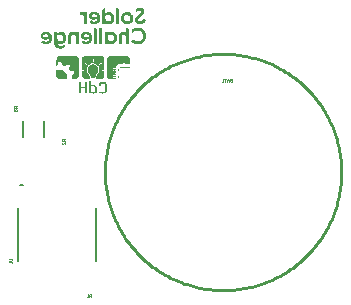
<source format=gbo>
G04*
G04 #@! TF.GenerationSoftware,Altium Limited,Altium Designer,19.1.7 (138)*
G04*
G04 Layer_Color=32896*
%FSLAX25Y25*%
%MOIN*%
G70*
G01*
G75*
%ADD10C,0.00500*%
%ADD11C,0.00200*%
%ADD35C,0.01000*%
%ADD36C,0.00787*%
G36*
X48500Y98646D02*
X48584D01*
X48648Y98628D01*
X48611Y98646D01*
X48639D01*
X48806Y98591D01*
X48972Y98508D01*
X49222Y98313D01*
X49292Y98216D01*
X49167Y98341D01*
X49132Y98362D01*
X49194Y98313D01*
X49361Y98119D01*
X49389Y98063D01*
X49417Y98036D01*
X49361Y98119D01*
X49292Y98216D01*
X49306Y98202D01*
X49361Y98119D01*
X49417Y98063D01*
Y98036D01*
X49500Y97897D01*
Y96925D01*
Y95981D01*
X49472Y97897D01*
Y96925D01*
Y95981D01*
X49278D01*
Y96203D01*
Y96342D01*
Y96369D01*
X49250Y96397D01*
Y96425D01*
X49278D01*
Y96397D01*
Y96369D01*
X49306Y96203D01*
Y96231D01*
Y96286D01*
Y96342D01*
Y96397D01*
X49278Y96425D01*
X49250Y96453D01*
Y96425D01*
X49194Y96480D01*
Y96508D01*
Y96564D01*
Y96619D01*
X49222Y96536D01*
X49250Y96480D01*
Y96508D01*
Y96536D01*
Y96647D01*
Y96925D01*
X49194D01*
Y96897D01*
X49000D01*
Y96925D01*
X48972D01*
Y96647D01*
Y96619D01*
Y96564D01*
Y96508D01*
Y96480D01*
X49000Y96647D01*
Y96536D01*
Y96508D01*
Y96480D01*
X48972Y96425D01*
X48945D01*
X48889Y96397D01*
Y96342D01*
Y96231D01*
X48917Y96314D01*
X48945Y96397D01*
Y96342D01*
Y96286D01*
Y96231D01*
Y96203D01*
Y95981D01*
X48528D01*
Y96203D01*
Y96342D01*
Y96369D01*
X48556Y96203D01*
Y96231D01*
Y96258D01*
Y96397D01*
Y96425D01*
X48528Y96453D01*
X48500Y96480D01*
X48528Y96425D01*
X48500D01*
Y96453D01*
Y96480D01*
Y96508D01*
Y96564D01*
Y96619D01*
Y96647D01*
Y96897D01*
Y96925D01*
X48250D01*
X48361Y96897D01*
X48250D01*
Y96925D01*
X48223D01*
Y96703D01*
Y96675D01*
Y96619D01*
Y96480D01*
X48250Y96592D01*
Y96564D01*
Y96508D01*
Y96480D01*
Y96425D01*
X48223D01*
X48195Y96369D01*
Y96397D01*
X48223Y96425D01*
X48195D01*
X48139Y96342D01*
Y96314D01*
Y96175D01*
Y95981D01*
X47806D01*
Y96203D01*
X47778Y96314D01*
Y96342D01*
Y96397D01*
X47806Y96314D01*
Y96397D01*
Y96425D01*
X47778Y96453D01*
X47750Y96480D01*
Y96592D01*
Y96647D01*
Y96897D01*
X47501D01*
Y96647D01*
Y96592D01*
X47473Y96480D01*
X47501Y96536D01*
Y96508D01*
Y96480D01*
Y96453D01*
Y96425D01*
X47473D01*
X47417Y96397D01*
Y96369D01*
Y96342D01*
Y96203D01*
Y95981D01*
X47084D01*
Y96175D01*
X47056Y96314D01*
Y96342D01*
Y96369D01*
X47084Y96286D01*
Y96314D01*
Y96342D01*
Y96425D01*
X47056D01*
Y96453D01*
X47028Y96480D01*
X47056Y96425D01*
X47028D01*
Y96480D01*
X47001Y96536D01*
X46973Y96592D01*
Y96675D01*
Y96703D01*
Y96897D01*
X46890D01*
X47028Y96925D01*
X46751D01*
Y96647D01*
X46779Y96897D01*
Y96647D01*
X46751Y96536D01*
Y96480D01*
X46723Y96453D01*
Y96425D01*
Y96369D01*
X46751Y96425D01*
X46723Y96342D01*
X46695Y96314D01*
X46668Y96203D01*
Y95981D01*
X46362D01*
Y96203D01*
Y96231D01*
Y96286D01*
Y96342D01*
X46334Y96397D01*
Y96425D01*
X46306Y96453D01*
Y96480D01*
Y96508D01*
X46279Y96536D01*
Y96564D01*
Y96619D01*
Y96647D01*
Y96897D01*
X46057D01*
Y96647D01*
X46029Y96536D01*
Y96564D01*
Y96619D01*
Y96647D01*
X46001Y96480D01*
Y96453D01*
X45973Y96425D01*
Y96397D01*
X46001Y96425D01*
Y96453D01*
X46029Y96480D01*
Y96425D01*
X46001D01*
Y96397D01*
X45973Y96342D01*
Y96314D01*
Y96231D01*
Y96203D01*
Y95981D01*
X45695D01*
X45307Y95592D01*
X44946Y95231D01*
Y94675D01*
X44890D01*
Y94703D01*
X44585D01*
X44557Y94675D01*
X44529Y94648D01*
X44446D01*
X44279Y94620D01*
X44085Y94564D01*
Y94370D01*
X44057D01*
X44279Y94342D01*
X44418D01*
X44279Y94370D01*
X44529D01*
X44557Y94342D01*
X44529D01*
X44557Y94287D01*
X44640D01*
X44585Y94314D01*
X44557Y94342D01*
X44946D01*
Y93926D01*
X44557D01*
X44613Y93953D01*
X44585D01*
X44557Y93926D01*
X44501Y93898D01*
X44001D01*
Y93620D01*
X44501D01*
X44418Y93648D01*
X44501D01*
X44557Y93620D01*
Y93592D01*
X44585Y93537D01*
X44696D01*
X44640Y93565D01*
X44585Y93592D01*
X44946D01*
Y93176D01*
X44557D01*
X44529Y93148D01*
X44307D01*
X44418Y93176D01*
X44279D01*
X44057Y93148D01*
X44085D01*
Y92926D01*
X44279Y92898D01*
X44363D01*
X44446Y92870D01*
X44529D01*
X44557Y92843D01*
X44585Y92787D01*
X44890D01*
Y92843D01*
X44946D01*
Y92648D01*
Y92454D01*
X44585D01*
X44599Y92468D01*
X44557Y92454D01*
X44529Y92426D01*
X44501D01*
X44363Y92398D01*
X44307D01*
X44418Y92426D01*
X44057D01*
Y92398D01*
X44085D01*
Y92176D01*
X44418D01*
X44474Y92148D01*
X44501D01*
X44529Y92121D01*
X44557D01*
X44501Y92148D01*
X44557D01*
Y92121D01*
X44585Y92093D01*
X44890D01*
Y92121D01*
X44946D01*
Y91732D01*
X44613D01*
X44557Y91704D01*
Y91676D01*
X44501D01*
X44557Y91704D01*
X44585Y91732D01*
X44557D01*
X44529Y91704D01*
X44501Y91676D01*
X44363D01*
X44307Y91649D01*
X44085D01*
X44057Y91537D01*
X44001Y91426D01*
X44501D01*
X44529Y91399D01*
X44557Y91371D01*
X44640D01*
X44724Y91315D01*
X44890D01*
Y91371D01*
X44946D01*
Y91093D01*
X44890D01*
Y91121D01*
X43835D01*
X44890Y91093D01*
X43196D01*
X43057Y91121D01*
X43418D01*
X43141Y91149D01*
X42946D01*
X42807Y91176D01*
X42696D01*
X42641Y91204D01*
X42613D01*
X42669Y91176D01*
X42780Y91149D01*
X42863Y91121D01*
X42669Y91149D01*
X42585D01*
X42363Y91315D01*
X42197Y91482D01*
X42391Y91315D01*
X42557Y91232D01*
X42419Y91343D01*
X42224Y91482D01*
X42058Y91704D01*
X42002Y91871D01*
Y97897D01*
X42058Y98063D01*
X42113Y98147D01*
X42058Y98091D01*
Y98063D01*
X41974Y97897D01*
Y97925D01*
X42030Y98063D01*
X42141Y98230D01*
X42280Y98341D01*
X42419Y98452D01*
X42557Y98535D01*
X42280Y98341D01*
X42169Y98230D01*
X42113Y98147D01*
X42252Y98286D01*
X42502Y98480D01*
X42669Y98535D01*
X42863Y98591D01*
X42891Y98619D01*
X42919Y98646D01*
X42946D01*
X43057Y98674D01*
X48445D01*
X48500Y98646D01*
D02*
G37*
G36*
X32394Y98286D02*
X32505Y98147D01*
X32394Y98258D01*
X32227Y98424D01*
X32394Y98286D01*
D02*
G37*
G36*
X32616Y97925D02*
Y97897D01*
X32533Y98091D01*
X32616Y97925D01*
D02*
G37*
G36*
X26735Y96501D02*
X26729Y96508D01*
Y96536D01*
X26735Y96501D01*
D02*
G37*
G36*
X46306Y96425D02*
X46279D01*
Y96480D01*
X46306Y96425D01*
D02*
G37*
G36*
X32033Y98563D02*
X32088Y98535D01*
X32199Y98424D01*
X32366Y98258D01*
X32505Y98063D01*
X32616Y97897D01*
Y94953D01*
Y94925D01*
Y94814D01*
Y94675D01*
Y94481D01*
Y94259D01*
Y94009D01*
Y93454D01*
X32588Y92898D01*
Y92648D01*
X32616Y92898D01*
Y92870D01*
Y92648D01*
Y92426D01*
X32588Y92259D01*
Y92148D01*
Y92065D01*
X32560Y91926D01*
X32588Y92037D01*
X32560Y91898D01*
Y91871D01*
X32477Y91704D01*
X32533Y91787D01*
X32421Y91565D01*
X32255Y91371D01*
X32088Y91260D01*
X32060Y91204D01*
X32005D01*
X31866Y91149D01*
X31561D01*
X31838Y91176D01*
X31949Y91204D01*
X32033Y91232D01*
X32060D01*
X32082Y91275D01*
X32033Y91232D01*
X31949D01*
X31811Y91204D01*
X31783D01*
X31672Y91176D01*
X31477Y91149D01*
X30561D01*
X30339Y91315D01*
Y91343D01*
X30311Y91371D01*
X30228Y91426D01*
X30172Y91454D01*
Y91510D01*
Y91537D01*
Y91565D01*
Y91593D01*
Y91676D01*
Y91843D01*
Y92176D01*
X30700Y92537D01*
X30144Y92176D01*
X30672Y92537D01*
X31172Y92870D01*
X31116Y93093D01*
X31061Y93259D01*
X31005Y93398D01*
X30977Y93481D01*
Y93509D01*
X30894Y93731D01*
X30977Y93537D01*
Y93509D01*
X31033Y93398D01*
X31080Y93279D01*
X31089Y93231D01*
X31116Y93148D01*
X31144Y93093D01*
X31089Y93259D01*
X31080Y93279D01*
X31061Y93398D01*
X31005Y93537D01*
X30894Y93759D01*
X30450Y93731D01*
X30172Y93703D01*
X29978Y93676D01*
X29867D01*
X29978Y93703D01*
X30172Y93731D01*
X29839D01*
X29672Y93676D01*
X29506Y93926D01*
X29478Y93953D01*
X29422Y94064D01*
X29339Y94175D01*
X29256Y94259D01*
X29145Y94342D01*
X29228Y94259D01*
X29256Y94231D01*
X29283Y94175D01*
X29367Y94064D01*
X29283Y94148D01*
X29256Y94203D01*
X29228Y94231D01*
X29145Y94342D01*
X29367Y94925D01*
X29395Y94995D01*
X29422Y95036D01*
X29478Y95148D01*
X29533Y95286D01*
Y95314D01*
Y95342D01*
X29561Y95397D01*
Y95425D01*
Y95453D01*
X29547Y95439D01*
X29561Y95481D01*
Y95508D01*
Y95536D01*
X29533D01*
X29561Y95508D01*
X29533D01*
Y95536D01*
X29450Y95592D01*
X29395Y95647D01*
X29283Y95731D01*
X29089Y95897D01*
X28839Y96036D01*
X28784D01*
X28700Y96008D01*
X28673Y95981D01*
X28617Y95925D01*
X28478Y95842D01*
X28311Y95703D01*
X27784Y95314D01*
X27506Y95397D01*
X27478Y95425D01*
X27367Y95453D01*
X27256Y95508D01*
X27145Y95536D01*
X27034D01*
X26895Y95981D01*
X26886Y96018D01*
X26867Y96036D01*
Y96064D01*
Y96092D01*
X26886Y96018D01*
X26895Y96008D01*
Y96036D01*
X26867Y96092D01*
Y96119D01*
Y96147D01*
X26840Y96175D01*
Y96203D01*
Y96258D01*
X26821Y96277D01*
X26812Y96342D01*
Y96286D01*
X26821Y96277D01*
X26837Y96169D01*
X26812Y96231D01*
X26784Y96342D01*
X26756Y96397D01*
X26735Y96501D01*
X26756Y96480D01*
Y96453D01*
Y96425D01*
Y96397D01*
X26791D01*
X26729Y96564D01*
Y96592D01*
X26701Y96619D01*
Y96703D01*
X26618Y96730D01*
Y96703D01*
X26673Y96675D01*
X26701Y96619D01*
X26673Y96647D01*
X26618Y96703D01*
X26590Y96730D01*
X26534D01*
X26506Y96758D01*
X26007D01*
X25923Y96730D01*
X25896D01*
X25840Y96703D01*
X25729D01*
Y96647D01*
X25701D01*
Y96619D01*
X25673Y96536D01*
Y96508D01*
Y96480D01*
X25618Y96342D01*
X25562Y96203D01*
X25534Y96119D01*
Y96064D01*
X25479Y95925D01*
X25451Y95786D01*
X25407Y95719D01*
X25396Y95675D01*
Y95703D01*
X25407Y95719D01*
X25423Y95786D01*
X25451Y95897D01*
X25507Y96064D01*
X25479Y96036D01*
X25451Y95925D01*
X25423Y95814D01*
X25368Y95675D01*
X25340Y95620D01*
Y95564D01*
Y95536D01*
X25285D01*
X25257Y95508D01*
X25174D01*
X25090Y95453D01*
X25201D01*
X25229Y95481D01*
X25340Y95508D01*
X25257Y95453D01*
X25201D01*
X25062Y95425D01*
X25090Y96703D01*
X25118Y97952D01*
X25201Y98091D01*
Y98119D01*
X25229Y98147D01*
X25312Y98258D01*
X25451Y98424D01*
X25646Y98563D01*
X25812Y98646D01*
X25784D01*
X25646Y98563D01*
X25618D01*
X25590Y98535D01*
X25479Y98452D01*
X25590Y98563D01*
X25618Y98591D01*
X25646D01*
X25784Y98674D01*
X31894D01*
X32033Y98563D01*
D02*
G37*
G36*
X46334Y96397D02*
Y96342D01*
Y96203D01*
X46306Y96369D01*
Y96397D01*
Y96425D01*
X46334Y96397D01*
D02*
G37*
G36*
X26867Y96092D02*
X26840Y96147D01*
X26837Y96169D01*
X26867Y96092D01*
D02*
G37*
G36*
X41086Y97925D02*
Y95981D01*
X41030Y97897D01*
X40975Y98091D01*
X41086Y97925D01*
D02*
G37*
G36*
X37753Y95925D02*
X37837Y95897D01*
X37864Y95869D01*
X37809D01*
X37670Y95897D01*
X37448Y95925D01*
X37281D01*
X37503Y95897D01*
X37614D01*
X37725Y95869D01*
X37864Y95842D01*
X37892D01*
X37975Y95786D01*
X38114Y95731D01*
X38253Y95620D01*
X38447Y95508D01*
X38337Y95620D01*
X38503Y95481D01*
X38670Y95314D01*
X38503Y95453D01*
X38614Y95342D01*
X38781Y95175D01*
X38920Y94953D01*
Y94925D01*
X38947Y94898D01*
X39003Y94703D01*
X39059Y94453D01*
X39086Y94203D01*
Y94175D01*
Y94120D01*
X39059Y94009D01*
X39031Y93870D01*
X38920Y93537D01*
X38836Y93342D01*
X38725Y93176D01*
X38697Y93148D01*
X38670Y93093D01*
X38531Y92926D01*
X38364Y92676D01*
X38531Y92898D01*
X38753Y93176D01*
X38531Y92870D01*
X38392Y92648D01*
X38309Y92509D01*
X38281Y92454D01*
X38142Y92093D01*
X38059Y91760D01*
X38031Y91649D01*
X38003Y91537D01*
Y91635D01*
X37975Y91454D01*
Y91426D01*
Y91315D01*
X38003Y91371D01*
Y91343D01*
Y91315D01*
Y91287D01*
Y91260D01*
X37975D01*
Y91287D01*
X37864D01*
X37753Y91260D01*
X37281D01*
X36615Y91287D01*
Y91565D01*
Y91593D01*
X36587Y91704D01*
X36559Y91871D01*
X36504Y92065D01*
X36420Y92315D01*
X36309Y92565D01*
X36143Y92815D01*
X36013Y92981D01*
X35976Y93037D01*
X35948Y93065D01*
X35819Y93231D01*
X35893Y93120D01*
X35921Y93093D01*
X35948Y93065D01*
X36013Y92981D01*
X36031Y92954D01*
X36143Y92815D01*
X36254Y92620D01*
X36365Y92398D01*
X36448Y92148D01*
X36531Y91871D01*
X36559Y91565D01*
X36504Y91871D01*
X36448Y92148D01*
X36337Y92398D01*
X36226Y92620D01*
X36115Y92787D01*
X36031Y92926D01*
X35976Y93009D01*
X35948Y93037D01*
X35754Y93315D01*
X35615Y93565D01*
X35559Y93676D01*
X35532Y93759D01*
X35504Y93814D01*
Y93842D01*
X35476Y94120D01*
X35504Y94370D01*
Y94342D01*
X35532Y94620D01*
Y94675D01*
X35587Y94787D01*
X35532Y94620D01*
X35643Y94870D01*
X35717Y95018D01*
X35671Y94953D01*
X35698Y95064D01*
X35726Y95092D01*
X35976Y95397D01*
X36254Y95647D01*
X36559Y95786D01*
X36837Y95897D01*
X37115Y95925D01*
X37309Y95953D01*
X37642D01*
X37753Y95925D01*
D02*
G37*
G36*
X28756Y95981D02*
X28645Y95897D01*
X28561Y95842D01*
X28756Y95981D01*
X28784Y96008D01*
X28811D01*
X28756Y95981D01*
D02*
G37*
G36*
X28367Y95703D02*
X28311Y95675D01*
X28339Y95703D01*
X28395Y95731D01*
X28478Y95786D01*
X28367Y95703D01*
D02*
G37*
G36*
X25368Y95592D02*
Y95564D01*
X25340Y95536D01*
X25368Y95620D01*
X25396Y95675D01*
X25368Y95592D01*
D02*
G37*
G36*
X47945Y95064D02*
X49472D01*
Y94814D01*
X46668D01*
X46529Y94787D01*
X46473D01*
X46612Y94814D01*
X46417D01*
X46334Y94787D01*
X46306Y94759D01*
X46286Y94745D01*
X46140Y94620D01*
X46084Y94537D01*
X46057Y94509D01*
Y94537D01*
X46084Y94564D01*
X46140Y94620D01*
X46223Y94703D01*
X46286Y94745D01*
X46334Y94787D01*
X46223Y94703D01*
X46140Y94648D01*
X46057Y94537D01*
X46029Y94509D01*
Y94425D01*
Y94398D01*
Y94370D01*
X46001Y94203D01*
Y94175D01*
Y94148D01*
Y94064D01*
Y93926D01*
Y93731D01*
Y93509D01*
Y93231D01*
Y92870D01*
Y92815D01*
Y92704D01*
Y92537D01*
Y92315D01*
Y91871D01*
X46029Y91676D01*
Y91537D01*
Y91482D01*
Y91426D01*
X46057Y91315D01*
Y91232D01*
X46029Y91287D01*
Y91204D01*
X46057Y91121D01*
X45834D01*
X45973Y91093D01*
X45834D01*
X45779Y91149D01*
Y91176D01*
Y91204D01*
X45751Y91260D01*
Y91287D01*
Y91399D01*
Y91537D01*
Y91649D01*
Y91676D01*
Y92010D01*
X45779Y91704D01*
Y91760D01*
Y91871D01*
Y91982D01*
Y92148D01*
Y92343D01*
Y92759D01*
Y92787D01*
Y92815D01*
Y92981D01*
Y93176D01*
Y93454D01*
Y93703D01*
Y93870D01*
X45751Y93676D01*
Y93787D01*
Y93981D01*
Y94120D01*
Y94231D01*
Y94259D01*
Y94287D01*
X45779Y94453D01*
X45834Y94592D01*
X45862Y94703D01*
X45890Y94731D01*
X45862Y94675D01*
X45834Y94564D01*
X45829Y94537D01*
X45862Y94620D01*
X45918Y94731D01*
X45945Y94759D01*
X46001Y94842D01*
X46140Y94925D01*
X46279Y95009D01*
X46223Y94981D01*
X46140Y94953D01*
X46001Y94870D01*
X46140Y94981D01*
X46223Y95036D01*
X46279Y95064D01*
X46640D01*
X46445Y95036D01*
X46362D01*
X46306Y95009D01*
X46390D01*
X46445Y95036D01*
X46584D01*
X46834Y95064D01*
X46779D01*
X46973Y95092D01*
X49500D01*
X47945Y95064D01*
D02*
G37*
G36*
X29533Y95397D02*
X29506Y95314D01*
X29478Y95203D01*
X29432Y95110D01*
X29422Y95064D01*
X29395Y94995D01*
X29385Y94981D01*
X29367Y94925D01*
Y94953D01*
X29385Y94981D01*
X29422Y95092D01*
X29432Y95110D01*
X29450Y95203D01*
X29478Y95286D01*
X29506Y95314D01*
Y95397D01*
X29533Y95425D01*
X29547Y95439D01*
X29533Y95397D01*
D02*
G37*
G36*
X44557Y94648D02*
Y94620D01*
X44501D01*
X44557Y94648D01*
Y94675D01*
X44613D01*
X44557Y94648D01*
D02*
G37*
G36*
X40503Y98563D02*
X40558Y98535D01*
X40669Y98424D01*
X40836Y98258D01*
X40975Y98063D01*
X41030Y97897D01*
Y95981D01*
Y94064D01*
X41086D01*
Y94037D01*
X40280D01*
Y94064D01*
X40253D01*
Y93731D01*
X41030D01*
Y92787D01*
Y91871D01*
X41086Y93731D01*
Y92787D01*
Y91871D01*
X41002Y91732D01*
X40881Y91576D01*
X40808Y91454D01*
X40586Y91287D01*
X40558Y91269D01*
X40447Y91176D01*
X40391Y91149D01*
X40419Y91176D01*
X40558Y91269D01*
X40614Y91315D01*
X40808Y91482D01*
X40881Y91576D01*
X40951Y91692D01*
X40919Y91676D01*
X40808Y91510D01*
X40586Y91343D01*
X40475Y91260D01*
X40336Y91204D01*
X40308D01*
X40253Y91176D01*
X40169Y91149D01*
X39253D01*
X38337Y91121D01*
Y91454D01*
X38309Y91121D01*
Y91454D01*
X38337Y91676D01*
Y91510D01*
X38364Y91676D01*
X38392Y91843D01*
X38420Y92010D01*
Y92037D01*
X38447Y92093D01*
X38503Y92176D01*
X38559Y92287D01*
X38725Y92593D01*
X38947Y92898D01*
Y92926D01*
X39003Y92954D01*
X39114Y93120D01*
X39253Y93398D01*
X39308Y93565D01*
X39336Y93648D01*
X39364Y93731D01*
Y93759D01*
X39367Y93765D01*
X39392Y94037D01*
Y94314D01*
Y94425D01*
X39364Y94509D01*
Y94537D01*
Y94564D01*
X39336Y94731D01*
X39308Y94787D01*
Y94814D01*
X39114Y95231D01*
X38892Y95536D01*
X39092Y95292D01*
X39114Y95259D01*
X39253Y94981D01*
X39336Y94759D01*
X39376Y94660D01*
X39392Y94564D01*
Y94537D01*
Y94509D01*
X39399Y94488D01*
X39419Y94259D01*
Y94314D01*
Y94425D01*
X39399Y94488D01*
X39392Y94564D01*
Y94592D01*
Y94620D01*
X39376Y94660D01*
X39364Y94731D01*
X39336Y94787D01*
Y94814D01*
X39142Y95231D01*
X39092Y95292D01*
X38947Y95508D01*
X38697Y95786D01*
X38364Y96008D01*
X37948Y96175D01*
X37938D01*
X38087Y96119D01*
X38337Y95981D01*
X38614Y95786D01*
X38337Y95953D01*
X38087Y96092D01*
X37864Y96147D01*
X37725Y96203D01*
X37670D01*
X37392Y96231D01*
X37170D01*
X37003Y96203D01*
X36948D01*
X36531Y96092D01*
X36170Y95897D01*
X35893Y95675D01*
X35671Y95453D01*
X35504Y95203D01*
X35400Y95078D01*
X35282Y94842D01*
X35254Y94787D01*
X35226Y94648D01*
X35199Y94453D01*
X35171Y94203D01*
Y94175D01*
Y94148D01*
X35199Y93981D01*
Y93953D01*
X35226Y93787D01*
X35254Y93648D01*
X35282Y93620D01*
X35393Y93370D01*
X35504Y93148D01*
X35615Y93037D01*
X35643Y92981D01*
X35893Y92620D01*
X36087Y92287D01*
X36143Y92176D01*
X36059Y92287D01*
X35893Y92593D01*
X35754Y92759D01*
X35719Y92801D01*
X35754Y92731D01*
X35837Y92620D01*
X36031Y92315D01*
X36115Y92148D01*
X36170Y92010D01*
Y91982D01*
Y91954D01*
X36198Y91787D01*
X36226Y91565D01*
X36254Y91260D01*
Y91121D01*
X35032D01*
X34837Y91149D01*
X34671D01*
X34476Y91176D01*
X34338D01*
X34254Y91204D01*
X34227D01*
X34171Y91232D01*
X34004Y91343D01*
X33782Y91537D01*
X33588Y91815D01*
Y91843D01*
X33560Y91898D01*
Y91982D01*
X33532Y92176D01*
Y92232D01*
X33505Y92482D01*
Y92620D01*
Y92731D01*
Y92815D01*
Y92843D01*
Y93731D01*
X33532Y92843D01*
Y93676D01*
X34338D01*
Y93731D01*
X34310D01*
Y94037D01*
X33949D01*
X33532Y94064D01*
Y97897D01*
X33560Y98036D01*
X33699Y98258D01*
X33893Y98424D01*
X34032Y98535D01*
X34060Y98563D01*
X34088D01*
X34254Y98674D01*
X40364D01*
X40503Y98563D01*
D02*
G37*
G36*
X46029Y94231D02*
Y94287D01*
Y94370D01*
X46057Y94425D01*
X46029Y94231D01*
D02*
G37*
G36*
X26506Y94148D02*
X26812Y94092D01*
X26923Y94037D01*
X26812Y94064D01*
X26506Y94120D01*
X26340D01*
X26479Y94092D01*
X26784Y94064D01*
X27117Y93981D01*
X27145Y93953D01*
X27256Y93898D01*
X27423Y93814D01*
X27645Y93648D01*
X27867Y93454D01*
X27728Y93592D01*
X27451Y93814D01*
X27728Y93620D01*
X27951Y93370D01*
X28145Y93120D01*
X28284Y92898D01*
X28325Y92836D01*
X28284Y92926D01*
X28136Y93159D01*
X27951Y93370D01*
X28089Y93231D01*
X28136Y93159D01*
X28145Y93148D01*
X28284Y92926D01*
X28395Y92731D01*
X28325Y92836D01*
X28450Y92565D01*
Y92537D01*
X28478Y92482D01*
X28506Y92370D01*
X28534Y92232D01*
X28561Y91898D01*
X28534Y91510D01*
Y91482D01*
Y91426D01*
X28506Y91287D01*
Y91260D01*
X28534Y91371D01*
X28589Y91510D01*
X28561Y91371D01*
X28534Y91315D01*
Y91287D01*
Y91232D01*
Y91204D01*
X28506D01*
Y91149D01*
X28145D01*
X28228Y91176D01*
X28423D01*
X28478Y91204D01*
X28311D01*
X28228Y91176D01*
X28062D01*
X27812Y91149D01*
X27506D01*
X27367Y91121D01*
X25812D01*
X25590Y91232D01*
X25423Y91371D01*
X25285Y91537D01*
X25201Y91676D01*
X25312Y91537D01*
X25174Y91732D01*
X25062Y91871D01*
Y93898D01*
X25229Y93953D01*
X25534Y94064D01*
X25812Y94120D01*
X25951Y94148D01*
X26062Y94175D01*
X26145D01*
X26506Y94148D01*
D02*
G37*
G36*
X44557Y93898D02*
X44501Y93842D01*
X44307D01*
X44418Y93870D01*
X44501Y93898D01*
X44529D01*
X44557Y93926D01*
Y93898D01*
D02*
G37*
G36*
X29672Y93676D02*
X29645D01*
X29450Y93926D01*
X29672Y93676D01*
D02*
G37*
G36*
X44557Y92870D02*
X44529Y92898D01*
X44557D01*
Y92870D01*
D02*
G37*
G36*
X44585Y92843D02*
X44557D01*
Y92870D01*
X44585Y92843D01*
D02*
G37*
G36*
X39142Y93204D02*
X38947Y92926D01*
X38920Y92898D01*
X38892Y92843D01*
X38809Y92759D01*
X38864Y92843D01*
X38892Y92898D01*
X38920Y92926D01*
X39114Y93204D01*
X39253Y93454D01*
X39142Y93204D01*
D02*
G37*
G36*
X44557Y91399D02*
X44501Y91426D01*
X44557D01*
Y91399D01*
D02*
G37*
G36*
X36254Y91732D02*
X36281Y91510D01*
Y91315D01*
X36254Y91510D01*
X36226Y91732D01*
X36198Y92010D01*
X36254Y91732D01*
D02*
G37*
G36*
X33560Y91898D02*
Y91843D01*
X33588Y91760D01*
Y91732D01*
X33616Y91676D01*
X33754Y91510D01*
X33949Y91315D01*
X33727Y91510D01*
X33616Y91676D01*
X33560Y91732D01*
Y91760D01*
X33532Y91954D01*
Y92010D01*
Y92037D01*
X33560Y91898D01*
D02*
G37*
G36*
X30200Y91426D02*
X30339Y91287D01*
X30255Y91343D01*
X30228Y91399D01*
X30144Y91426D01*
Y91454D01*
X30200Y91426D01*
D02*
G37*
G36*
X40280Y91121D02*
X40141D01*
X40280Y91149D01*
X40364D01*
X40280Y91121D01*
D02*
G37*
G36*
X40225Y89955D02*
X41252D01*
X41391Y89899D01*
X41447Y89871D01*
X41521Y89816D01*
X41391Y89927D01*
X41586Y89788D01*
X41752Y89621D01*
X41835Y89510D01*
X41863Y89482D01*
Y89455D01*
X41891Y89371D01*
Y89288D01*
Y89232D01*
Y89205D01*
X41863Y89371D01*
Y89232D01*
Y89066D01*
X41891Y88872D01*
Y88927D01*
Y89038D01*
Y89121D01*
X41919Y89010D01*
Y88760D01*
Y88621D01*
Y88511D01*
Y88427D01*
Y88399D01*
Y88149D01*
Y87927D01*
Y87761D01*
X41891Y87622D01*
Y87650D01*
Y87677D01*
X41863Y87455D01*
X41835Y87261D01*
X41819Y87177D01*
X41808Y87150D01*
X41766Y87025D01*
X41780Y87039D01*
X41808Y87122D01*
X41819Y87177D01*
X41863Y87289D01*
X41877Y87330D01*
X41891Y87400D01*
Y87372D01*
X41877Y87330D01*
X41863Y87261D01*
X41835Y87122D01*
X41808Y87039D01*
Y86983D01*
X41669Y86789D01*
X41475Y86594D01*
X41308Y86483D01*
X41141Y86372D01*
X40975Y86289D01*
X41113Y86372D01*
X41130Y86383D01*
X41169Y86400D01*
X41308Y86499D01*
X41475Y86594D01*
X41613Y86789D01*
X41502Y86650D01*
X41363Y86539D01*
X41308Y86499D01*
X41280Y86483D01*
X41130Y86383D01*
X40975Y86317D01*
X40725Y86233D01*
X40669D01*
X40586Y86206D01*
X40503Y86178D01*
X40141D01*
X40280Y86206D01*
X39225D01*
Y86178D01*
X39197D01*
Y86678D01*
X39225D01*
Y86650D01*
X40586D01*
X40697Y86678D01*
X40808D01*
X40836Y86733D01*
X41002Y86844D01*
X41169Y87066D01*
X41308Y87344D01*
Y87372D01*
X41336Y87427D01*
Y87511D01*
Y87622D01*
X41363Y87788D01*
Y87900D01*
Y88066D01*
Y88205D01*
Y88316D01*
Y88344D01*
Y88399D01*
X41336Y88621D01*
Y88788D01*
X41308Y88927D01*
Y89010D01*
Y89094D01*
Y89121D01*
Y89149D01*
Y89205D01*
X41280Y89260D01*
Y89316D01*
X41308Y89260D01*
Y89205D01*
X41336Y89066D01*
Y88927D01*
X41363Y88705D01*
Y88955D01*
Y89066D01*
Y89149D01*
Y89177D01*
X41336Y89232D01*
X41308Y89288D01*
X41280Y89344D01*
X41252Y89371D01*
X41225Y89427D01*
X41141Y89482D01*
X41086Y89510D01*
X41030D01*
X40919Y89538D01*
X40725Y89566D01*
X40586D01*
X40697Y89538D01*
X40836Y89510D01*
X39975D01*
X40058Y89538D01*
X40225Y89566D01*
X40058D01*
X40003Y89538D01*
X39919Y89510D01*
X39864D01*
X39836Y89482D01*
X39808Y89427D01*
Y89371D01*
Y89344D01*
Y89316D01*
X39836Y89371D01*
Y89399D01*
X39857Y89420D01*
X39836Y89316D01*
X39808Y89205D01*
Y89177D01*
Y89149D01*
Y88844D01*
Y88788D01*
X39197D01*
X39225Y89149D01*
X39234Y89242D01*
X39253Y89316D01*
X39281Y89455D01*
X39303Y89543D01*
X39253Y89427D01*
X39234Y89242D01*
X39225Y89205D01*
Y89316D01*
Y89455D01*
X39253Y89538D01*
Y89566D01*
X39308Y89649D01*
X39364Y89732D01*
X39419Y89788D01*
X39447Y89816D01*
X39531Y89899D01*
X39614Y89927D01*
X39669Y89955D01*
X39697D01*
X39614Y89927D01*
X39531Y89871D01*
X39475Y89816D01*
X39447Y89788D01*
X39419Y89760D01*
X39403Y89732D01*
X39336Y89649D01*
X39308Y89593D01*
Y89566D01*
X39303Y89543D01*
X39336Y89621D01*
X39403Y89732D01*
X39447Y89788D01*
X39531Y89843D01*
X39669Y89899D01*
X39864Y89927D01*
X40030Y89955D01*
X39781D01*
X39892Y89982D01*
X40364D01*
X40225Y89955D01*
D02*
G37*
G36*
X39864Y89427D02*
X39857Y89420D01*
X39864Y89455D01*
X39892Y89482D01*
X39864Y89427D01*
D02*
G37*
G36*
X41030Y89482D02*
X41113D01*
X41169Y89455D01*
X41225Y89399D01*
X41113Y89455D01*
X40836Y89510D01*
X40919D01*
X41030Y89482D01*
D02*
G37*
G36*
X36531Y89066D02*
X37587D01*
X37725Y89038D01*
X37753D01*
X37864Y89010D01*
X37975Y88955D01*
X38087Y88927D01*
X38114Y88899D01*
X38087D01*
X38059Y88927D01*
X37975Y88955D01*
X38059Y88872D01*
X38087Y88844D01*
X38198Y88760D01*
X38337Y88621D01*
X38447Y88427D01*
X38475Y88288D01*
X38503Y88261D01*
Y88233D01*
Y88177D01*
Y88066D01*
Y87872D01*
Y87677D01*
Y87622D01*
Y87594D01*
Y86928D01*
X38447Y86761D01*
X38253Y86511D01*
X38031Y86317D01*
X37864Y86233D01*
X37837Y86206D01*
X37781D01*
X37837Y86233D01*
X38003Y86344D01*
X38225Y86511D01*
X38420Y86761D01*
X38475Y86928D01*
X38420Y86789D01*
Y86761D01*
X38364Y86705D01*
X38253Y86567D01*
X38031Y86372D01*
X37892Y86289D01*
X37753Y86233D01*
X37698D01*
X37614Y86206D01*
X37587D01*
X37503Y86178D01*
X37059D01*
X37226Y86206D01*
X36031D01*
Y90482D01*
X35976D01*
Y90510D01*
X36531D01*
Y89066D01*
D02*
G37*
G36*
X35143Y88094D02*
Y86206D01*
X34587D01*
Y87066D01*
Y87094D01*
Y87122D01*
Y87289D01*
Y87511D01*
Y87705D01*
X34560Y87844D01*
Y87900D01*
Y87955D01*
Y87983D01*
X33893D01*
X33255Y87955D01*
Y86178D01*
X33227D01*
Y86206D01*
X32644D01*
Y89982D01*
X33255D01*
Y88455D01*
X34587D01*
Y89982D01*
X35143D01*
Y88094D01*
D02*
G37*
G36*
X40780Y86705D02*
X40725D01*
X41002Y86900D01*
X40780Y86705D01*
D02*
G37*
G36*
X40475Y86678D02*
X40447D01*
X40558Y86705D01*
X40586D01*
X40475Y86678D01*
D02*
G37*
G36*
X48886Y113412D02*
X49052Y113387D01*
X49202Y113353D01*
X49336Y113320D01*
X49444Y113278D01*
X49527Y113245D01*
X49560Y113228D01*
X49586Y113220D01*
X49594Y113212D01*
X49602D01*
X49752Y113128D01*
X49885Y113037D01*
X50010Y112945D01*
X50110Y112854D01*
X50202Y112770D01*
X50260Y112695D01*
X50302Y112654D01*
X50318Y112645D01*
Y112637D01*
X50185Y112704D01*
X50069Y112745D01*
X50019Y112754D01*
X49985Y112762D01*
X49960Y112770D01*
X49952D01*
X49810Y112787D01*
X49744Y112795D01*
X49685Y112787D01*
X49602D01*
X49577Y112779D01*
X49569D01*
X49435Y112754D01*
X49377Y112737D01*
X49319Y112712D01*
X49277Y112695D01*
X49244Y112687D01*
X49227Y112670D01*
X49219D01*
X49102Y112604D01*
X49011Y112537D01*
X48977Y112504D01*
X48952Y112479D01*
X48944Y112462D01*
X48936Y112454D01*
X48836Y112470D01*
X48744Y112479D01*
X48586D01*
X48528Y112470D01*
X48478Y112462D01*
X48444Y112454D01*
X48436D01*
X48344Y112429D01*
X48269Y112396D01*
X48194Y112362D01*
X48136Y112329D01*
X48078Y112295D01*
X48044Y112271D01*
X48019Y112254D01*
X48011Y112246D01*
X47886Y112121D01*
X47844Y112062D01*
X47803Y111996D01*
X47769Y111946D01*
X47745Y111904D01*
X47736Y111871D01*
X47728Y111862D01*
X47695Y111779D01*
X47661Y111687D01*
X47645Y111596D01*
X47636Y111512D01*
X47628Y111446D01*
X47620Y111388D01*
Y111354D01*
Y111338D01*
X47628Y111204D01*
X47645Y111079D01*
X47670Y110963D01*
X47695Y110871D01*
X47728Y110796D01*
X47753Y110746D01*
X47769Y110705D01*
X47778Y110696D01*
X47836Y110605D01*
X47903Y110530D01*
X47978Y110463D01*
X48036Y110405D01*
X48094Y110363D01*
X48136Y110330D01*
X48169Y110313D01*
X48178Y110305D01*
X48269Y110263D01*
X48361Y110230D01*
X48453Y110213D01*
X48528Y110196D01*
X48603Y110188D01*
X48652Y110180D01*
X48702D01*
X48803Y110188D01*
X48902Y110196D01*
X48994Y110221D01*
X49069Y110246D01*
X49136Y110263D01*
X49186Y110288D01*
X49219Y110296D01*
X49227Y110305D01*
X49311Y110355D01*
X49394Y110413D01*
X49461Y110480D01*
X49519Y110538D01*
X49560Y110596D01*
X49602Y110638D01*
X49619Y110671D01*
X49627Y110679D01*
X49677Y110780D01*
X49719Y110888D01*
X49744Y110996D01*
X49769Y111096D01*
X49777Y111188D01*
X49785Y111254D01*
Y111304D01*
Y111321D01*
X49777Y111404D01*
X49769Y111471D01*
X49752Y111538D01*
X49735Y111596D01*
X49719Y111637D01*
X49702Y111671D01*
X49685Y111687D01*
Y111696D01*
X49602Y111796D01*
X49519Y111862D01*
X49477Y111887D01*
X49452Y111904D01*
X49435Y111912D01*
X49427D01*
X49319Y111954D01*
X49219Y111971D01*
X49177Y111979D01*
X49119D01*
X49011Y111962D01*
X48919Y111937D01*
X48886Y111921D01*
X48861Y111912D01*
X48852Y111896D01*
X48844D01*
X48861Y111971D01*
X48877Y112046D01*
X48902Y112104D01*
X48927Y112162D01*
X48952Y112204D01*
X48977Y112237D01*
X48986Y112254D01*
X48994Y112262D01*
X49094Y112362D01*
X49194Y112429D01*
X49236Y112454D01*
X49269Y112470D01*
X49294Y112487D01*
X49302D01*
X49444Y112537D01*
X49510Y112554D01*
X49569Y112562D01*
X49627Y112570D01*
X49669Y112579D01*
X49702D01*
X49860Y112570D01*
X49927Y112562D01*
X49994Y112545D01*
X50044Y112537D01*
X50085Y112521D01*
X50110Y112512D01*
X50119D01*
X50260Y112454D01*
X50318Y112412D01*
X50368Y112379D01*
X50419Y112346D01*
X50452Y112320D01*
X50468Y112304D01*
X50477Y112295D01*
X50535Y112237D01*
X50577Y112179D01*
X50652Y112062D01*
X50668Y112012D01*
X50685Y111971D01*
X50702Y111946D01*
Y111937D01*
X50752Y111729D01*
X50768Y111529D01*
X50777Y111346D01*
Y111171D01*
X50760Y111029D01*
X50752Y110971D01*
X50743Y110921D01*
X50735Y110888D01*
Y110854D01*
X50727Y110838D01*
Y110829D01*
X50660Y110629D01*
X50577Y110446D01*
X50485Y110280D01*
X50393Y110138D01*
X50310Y110021D01*
X50235Y109930D01*
X50210Y109897D01*
X50185Y109871D01*
X50177Y109863D01*
X50169Y109855D01*
X50027Y109730D01*
X49885Y109622D01*
X49744Y109538D01*
X49619Y109472D01*
X49510Y109413D01*
X49419Y109380D01*
X49386Y109372D01*
X49361Y109363D01*
X49352Y109355D01*
X49344D01*
X49169Y109313D01*
X49002Y109280D01*
X48844Y109272D01*
X48702Y109263D01*
X48586D01*
X48494Y109272D01*
X48461D01*
X48436Y109280D01*
X48419D01*
X48244Y109313D01*
X48086Y109355D01*
X47936Y109413D01*
X47803Y109463D01*
X47695Y109513D01*
X47611Y109555D01*
X47586Y109572D01*
X47561Y109588D01*
X47553Y109597D01*
X47545D01*
X47403Y109705D01*
X47270Y109813D01*
X47153Y109930D01*
X47061Y110046D01*
X46986Y110146D01*
X46928Y110221D01*
X46911Y110255D01*
X46895Y110280D01*
X46887Y110288D01*
Y110296D01*
X46787Y110496D01*
X46720Y110688D01*
X46670Y110871D01*
X46637Y111029D01*
X46620Y111171D01*
X46612Y111229D01*
Y111279D01*
Y111321D01*
Y111346D01*
Y111363D01*
Y111371D01*
X46628Y111571D01*
X46662Y111762D01*
X46712Y111937D01*
X46762Y112087D01*
X46812Y112204D01*
X46828Y112254D01*
X46853Y112304D01*
X46870Y112337D01*
X46887Y112362D01*
X46895Y112371D01*
Y112379D01*
X47003Y112545D01*
X47120Y112687D01*
X47245Y112820D01*
X47361Y112929D01*
X47470Y113012D01*
X47561Y113079D01*
X47586Y113095D01*
X47611Y113112D01*
X47628Y113128D01*
X47636D01*
X47820Y113228D01*
X48003Y113295D01*
X48186Y113345D01*
X48353Y113387D01*
X48494Y113403D01*
X48561Y113412D01*
X48611D01*
X48652Y113420D01*
X48711D01*
X48886Y113412D01*
D02*
G37*
G36*
X37782Y113428D02*
X37940Y113412D01*
X38082Y113395D01*
X38207Y113370D01*
X38315Y113337D01*
X38390Y113320D01*
X38423Y113312D01*
X38448Y113303D01*
X38457Y113295D01*
X38465D01*
X38615Y113237D01*
X38748Y113162D01*
X38873Y113087D01*
X38973Y113012D01*
X39065Y112937D01*
X39123Y112879D01*
X39165Y112845D01*
X39181Y112829D01*
X39281Y112720D01*
X39365Y112604D01*
X39439Y112487D01*
X39498Y112379D01*
X39548Y112287D01*
X39581Y112221D01*
X39598Y112171D01*
X39606Y112162D01*
Y112154D01*
X39656Y112012D01*
X39689Y111879D01*
X39714Y111746D01*
X39731Y111629D01*
X39748Y111529D01*
X39756Y111446D01*
Y111396D01*
Y111388D01*
Y111379D01*
Y111238D01*
X39739Y111096D01*
X39723Y110963D01*
X39698Y110846D01*
X39681Y110746D01*
X39656Y110671D01*
X39648Y110621D01*
X39639Y110613D01*
Y110605D01*
X39590Y110471D01*
X39523Y110338D01*
X39465Y110230D01*
X39398Y110130D01*
X39348Y110046D01*
X39298Y109980D01*
X39265Y109947D01*
X39256Y109930D01*
X39156Y109821D01*
X39048Y109730D01*
X38940Y109647D01*
X38840Y109580D01*
X38748Y109522D01*
X38682Y109480D01*
X38631Y109455D01*
X38615Y109447D01*
X38465Y109388D01*
X38307Y109347D01*
X38157Y109313D01*
X38015Y109297D01*
X37890Y109280D01*
X37840D01*
X37790Y109272D01*
X37707D01*
X37507Y109280D01*
X37324Y109305D01*
X37157Y109338D01*
X37016Y109372D01*
X36899Y109405D01*
X36807Y109438D01*
X36774Y109455D01*
X36749Y109463D01*
X36741Y109472D01*
X36732D01*
X36574Y109555D01*
X36432Y109663D01*
X36307Y109772D01*
X36191Y109880D01*
X36108Y109980D01*
X36041Y110063D01*
X36016Y110096D01*
X35999Y110121D01*
X35983Y110130D01*
Y110138D01*
X36791Y110530D01*
X36882Y110446D01*
X36974Y110380D01*
X37066Y110321D01*
X37149Y110271D01*
X37224Y110238D01*
X37282Y110213D01*
X37315Y110205D01*
X37332Y110196D01*
X37449Y110171D01*
X37557Y110155D01*
X37657Y110146D01*
X37749Y110138D01*
X37824Y110146D01*
X37882D01*
X37915Y110155D01*
X37932D01*
X38082Y110196D01*
X38140Y110213D01*
X38198Y110246D01*
X38240Y110263D01*
X38273Y110288D01*
X38298Y110296D01*
X38307Y110305D01*
X38415Y110396D01*
X38507Y110496D01*
X38540Y110538D01*
X38557Y110571D01*
X38573Y110588D01*
X38581Y110596D01*
X38656Y110730D01*
X38706Y110846D01*
X38723Y110896D01*
X38740Y110938D01*
X38748Y110963D01*
Y110971D01*
X38781Y111129D01*
X38790Y111196D01*
X38798Y111263D01*
Y111313D01*
Y111363D01*
Y111388D01*
Y111396D01*
X38781Y111579D01*
X38765Y111662D01*
X38748Y111729D01*
X38732Y111787D01*
X38715Y111829D01*
X38698Y111862D01*
Y111871D01*
X38623Y112021D01*
X38581Y112087D01*
X38540Y112137D01*
X38507Y112187D01*
X38482Y112221D01*
X38465Y112237D01*
X38457Y112246D01*
X38332Y112354D01*
X38215Y112437D01*
X38173Y112462D01*
X38132Y112487D01*
X38107Y112504D01*
X38098D01*
X37949Y112562D01*
X37882Y112579D01*
X37815Y112595D01*
X37757Y112604D01*
X37715Y112612D01*
X37682D01*
X37532Y112604D01*
X37465Y112595D01*
X37415Y112587D01*
X37365Y112570D01*
X37332Y112562D01*
X37307Y112554D01*
X37299D01*
X37182Y112504D01*
X37091Y112454D01*
X37057Y112429D01*
X37024Y112412D01*
X37016Y112404D01*
X37007Y112396D01*
X36932Y112320D01*
X36882Y112246D01*
X36849Y112196D01*
X36841Y112179D01*
Y112171D01*
X36824Y112129D01*
X36816Y112087D01*
X36807Y112012D01*
Y111954D01*
X36816Y111946D01*
Y111937D01*
X36832Y111896D01*
X36849Y111862D01*
X36907Y111804D01*
X36949Y111762D01*
X36966Y111746D01*
X36974D01*
X37024Y111721D01*
X37082Y111696D01*
X37207Y111662D01*
X37257Y111654D01*
X37299Y111646D01*
X37332Y111637D01*
X37340D01*
X37557Y111621D01*
X37949D01*
X38065Y111637D01*
X38165Y111671D01*
X38265Y111704D01*
X38340Y111746D01*
X38407Y111779D01*
X38457Y111812D01*
X38490Y111837D01*
X38498Y111846D01*
X38532Y111746D01*
X38557Y111646D01*
X38565Y111554D01*
Y111479D01*
Y111421D01*
X38557Y111371D01*
X38548Y111338D01*
Y111329D01*
X38515Y111246D01*
X38473Y111179D01*
X38423Y111121D01*
X38373Y111063D01*
X38332Y111029D01*
X38290Y110996D01*
X38265Y110979D01*
X38257Y110971D01*
X38165Y110929D01*
X38073Y110888D01*
X37982Y110863D01*
X37890Y110838D01*
X37807Y110821D01*
X37749Y110813D01*
X37707Y110804D01*
X37424D01*
X37299Y110821D01*
X37182Y110838D01*
X37082Y110854D01*
X36999Y110871D01*
X36949Y110879D01*
X36941Y110888D01*
X36932D01*
X36791Y110929D01*
X36666Y110979D01*
X36557Y111038D01*
X36457Y111088D01*
X36391Y111138D01*
X36332Y111179D01*
X36299Y111204D01*
X36291Y111213D01*
X36208Y111296D01*
X36141Y111388D01*
X36083Y111471D01*
X36041Y111554D01*
X36008Y111621D01*
X35991Y111671D01*
X35974Y111712D01*
Y111721D01*
X35949Y111829D01*
X35941Y111929D01*
X35933Y112029D01*
X35941Y112121D01*
X35949Y112196D01*
X35958Y112254D01*
X35966Y112287D01*
Y112304D01*
X35999Y112420D01*
X36041Y112521D01*
X36083Y112612D01*
X36132Y112695D01*
X36174Y112770D01*
X36216Y112820D01*
X36241Y112854D01*
X36249Y112862D01*
X36332Y112954D01*
X36424Y113029D01*
X36516Y113103D01*
X36607Y113162D01*
X36682Y113204D01*
X36749Y113245D01*
X36791Y113262D01*
X36807Y113270D01*
X36941Y113329D01*
X37082Y113370D01*
X37215Y113395D01*
X37340Y113420D01*
X37457Y113428D01*
X37540Y113437D01*
X37624D01*
X37782Y113428D01*
D02*
G37*
G36*
X45179Y114711D02*
X45320Y114695D01*
X45445Y114661D01*
X45545Y114620D01*
X45620Y114578D01*
X45679Y114545D01*
X45720Y114520D01*
X45729Y114511D01*
X45812Y114428D01*
X45879Y114336D01*
X45920Y114236D01*
X45954Y114145D01*
X45970Y114061D01*
X45979Y113995D01*
X45987Y113953D01*
Y113945D01*
Y113937D01*
Y109355D01*
X45021D01*
Y114720D01*
X45179Y114711D01*
D02*
G37*
G36*
X33717Y113420D02*
X33800Y113395D01*
X33875Y113370D01*
X33942Y113345D01*
X34000Y113312D01*
X34042Y113287D01*
X34067Y113270D01*
X34075Y113262D01*
X34150Y113195D01*
X34208Y113128D01*
X34267Y113062D01*
X34317Y112987D01*
X34358Y112929D01*
X34383Y112879D01*
X34400Y112845D01*
X34408Y112837D01*
Y113337D01*
X35266D01*
Y109355D01*
X34267D01*
Y110963D01*
Y111079D01*
Y111188D01*
Y111229D01*
Y111263D01*
Y111288D01*
Y111296D01*
Y111429D01*
X34258Y111496D01*
Y111546D01*
Y111596D01*
X34250Y111629D01*
Y111654D01*
Y111662D01*
X34233Y111779D01*
X34208Y111879D01*
X34175Y111962D01*
X34142Y112037D01*
X34108Y112096D01*
X34075Y112146D01*
X34058Y112171D01*
X34050Y112179D01*
X33983Y112246D01*
X33917Y112304D01*
X33850Y112354D01*
X33792Y112396D01*
X33742Y112420D01*
X33700Y112437D01*
X33675Y112454D01*
X33667D01*
X33584Y112479D01*
X33509Y112487D01*
X33442Y112496D01*
X33384Y112487D01*
X33334D01*
X33292Y112479D01*
X33267Y112470D01*
X33259D01*
X33192Y112445D01*
X33134Y112404D01*
X33084Y112362D01*
X33050Y112320D01*
X33025Y112287D01*
X33009Y112254D01*
X32992Y112229D01*
Y112221D01*
X32934Y112271D01*
X32884Y112329D01*
X32851Y112379D01*
X32825Y112437D01*
X32800Y112479D01*
X32792Y112521D01*
X32784Y112545D01*
Y112554D01*
X32776Y112629D01*
Y112704D01*
Y112779D01*
X32792Y112837D01*
X32800Y112887D01*
X32809Y112929D01*
X32825Y112954D01*
Y112962D01*
X32859Y113037D01*
X32901Y113103D01*
X32942Y113162D01*
X32992Y113212D01*
X33034Y113253D01*
X33067Y113287D01*
X33092Y113303D01*
X33100Y113312D01*
X33184Y113362D01*
X33267Y113387D01*
X33350Y113412D01*
X33434Y113420D01*
X33509Y113428D01*
X33625D01*
X33717Y113420D01*
D02*
G37*
G36*
X41380Y111637D02*
X41389Y111446D01*
X41397Y111354D01*
X41405Y111279D01*
X41414Y111213D01*
X41422Y111163D01*
X41430Y111121D01*
Y111113D01*
X41455Y111013D01*
X41480Y110921D01*
X41505Y110846D01*
X41530Y110771D01*
X41555Y110713D01*
X41580Y110671D01*
X41589Y110638D01*
X41597Y110629D01*
X41647Y110555D01*
X41697Y110488D01*
X41747Y110430D01*
X41797Y110380D01*
X41847Y110338D01*
X41880Y110313D01*
X41905Y110296D01*
X41914Y110288D01*
X41989Y110246D01*
X42072Y110213D01*
X42155Y110188D01*
X42230Y110171D01*
X42297Y110163D01*
X42355Y110155D01*
X42405D01*
X42530Y110163D01*
X42647Y110180D01*
X42747Y110205D01*
X42830Y110238D01*
X42897Y110271D01*
X42946Y110296D01*
X42980Y110313D01*
X42988Y110321D01*
X43071Y110388D01*
X43138Y110455D01*
X43205Y110530D01*
X43246Y110596D01*
X43288Y110646D01*
X43313Y110696D01*
X43330Y110730D01*
X43338Y110738D01*
X43371Y110838D01*
X43396Y110929D01*
X43421Y111029D01*
X43430Y111113D01*
X43438Y111179D01*
X43446Y111238D01*
Y111271D01*
Y111288D01*
X43438Y111396D01*
X43430Y111496D01*
X43413Y111588D01*
X43388Y111671D01*
X43363Y111737D01*
X43346Y111787D01*
X43338Y111821D01*
X43330Y111829D01*
X43280Y111921D01*
X43221Y112004D01*
X43171Y112079D01*
X43113Y112137D01*
X43063Y112187D01*
X43021Y112221D01*
X42988Y112246D01*
X42980Y112254D01*
X42888Y112312D01*
X42788Y112354D01*
X42697Y112387D01*
X42597Y112404D01*
X42522Y112420D01*
X42455Y112429D01*
X42397D01*
X42238Y112420D01*
X42164Y112412D01*
X42097Y112396D01*
X42039Y112387D01*
X41997Y112371D01*
X41963Y112362D01*
X41955D01*
X41872Y112329D01*
X41797Y112295D01*
X41739Y112254D01*
X41680Y112212D01*
X41647Y112171D01*
X41614Y112146D01*
X41597Y112121D01*
X41589Y112112D01*
X41547Y112212D01*
X41530Y112320D01*
X41522Y112362D01*
Y112396D01*
Y112420D01*
Y112429D01*
Y112504D01*
X41530Y112579D01*
X41547Y112637D01*
X41564Y112704D01*
X41580Y112745D01*
X41597Y112787D01*
X41605Y112812D01*
X41614Y112820D01*
X41655Y112887D01*
X41705Y112954D01*
X41755Y113012D01*
X41805Y113062D01*
X41855Y113095D01*
X41897Y113128D01*
X41922Y113145D01*
X41930Y113154D01*
X42022Y113204D01*
X42114Y113245D01*
X42213Y113270D01*
X42313Y113295D01*
X42397Y113303D01*
X42463Y113312D01*
X42513Y113320D01*
X42663D01*
X42796Y113303D01*
X42913Y113278D01*
X43021Y113253D01*
X43113Y113228D01*
X43180Y113204D01*
X43221Y113187D01*
X43238Y113179D01*
X43363Y113120D01*
X43471Y113054D01*
X43571Y112987D01*
X43663Y112920D01*
X43738Y112854D01*
X43788Y112804D01*
X43830Y112770D01*
X43838Y112762D01*
X43929Y112662D01*
X44013Y112554D01*
X44088Y112445D01*
X44146Y112346D01*
X44196Y112254D01*
X44229Y112187D01*
X44254Y112137D01*
X44263Y112129D01*
Y112121D01*
X44313Y111979D01*
X44346Y111837D01*
X44379Y111696D01*
X44396Y111571D01*
X44404Y111454D01*
X44412Y111371D01*
Y111338D01*
Y111313D01*
Y111304D01*
Y111296D01*
X44404Y111121D01*
X44388Y110963D01*
X44371Y110821D01*
X44338Y110696D01*
X44313Y110596D01*
X44296Y110521D01*
X44279Y110471D01*
X44271Y110463D01*
Y110455D01*
X44213Y110321D01*
X44146Y110205D01*
X44079Y110096D01*
X44021Y110005D01*
X43963Y109922D01*
X43921Y109871D01*
X43888Y109830D01*
X43879Y109821D01*
X43788Y109730D01*
X43688Y109647D01*
X43596Y109580D01*
X43513Y109522D01*
X43438Y109480D01*
X43380Y109447D01*
X43346Y109430D01*
X43330Y109422D01*
X43213Y109372D01*
X43096Y109338D01*
X42988Y109313D01*
X42888Y109297D01*
X42805Y109280D01*
X42738Y109272D01*
X42555D01*
X42430Y109288D01*
X42313Y109305D01*
X42213Y109322D01*
X42130Y109347D01*
X42064Y109363D01*
X42022Y109372D01*
X42005Y109380D01*
X41880Y109430D01*
X41764Y109497D01*
X41664Y109563D01*
X41564Y109630D01*
X41489Y109688D01*
X41430Y109738D01*
X41397Y109772D01*
X41380Y109780D01*
Y109363D01*
X40414D01*
Y113937D01*
X40422Y114045D01*
X40456Y114145D01*
X40497Y114236D01*
X40539Y114320D01*
X40589Y114378D01*
X40631Y114428D01*
X40664Y114461D01*
X40672Y114470D01*
X40781Y114545D01*
X40889Y114611D01*
X41006Y114653D01*
X41122Y114686D01*
X41222Y114703D01*
X41306Y114711D01*
X41339Y114720D01*
X41380D01*
Y111637D01*
D02*
G37*
G36*
X53151Y114828D02*
X53251Y114811D01*
X53334Y114795D01*
X53401Y114778D01*
X53451Y114761D01*
X53492Y114753D01*
X53501Y114745D01*
X53601Y114703D01*
X53684Y114661D01*
X53767Y114611D01*
X53834Y114570D01*
X53892Y114528D01*
X53942Y114495D01*
X53967Y114470D01*
X53975Y114461D01*
X54109Y114320D01*
X54167Y114245D01*
X54209Y114178D01*
X54250Y114120D01*
X54275Y114070D01*
X54292Y114037D01*
X54300Y114028D01*
X54342Y113937D01*
X54375Y113837D01*
X54392Y113745D01*
X54409Y113662D01*
X54417Y113587D01*
X54425Y113528D01*
Y113495D01*
Y113478D01*
X54417Y113337D01*
X54392Y113204D01*
X54350Y113079D01*
X54309Y112970D01*
X54267Y112879D01*
X54225Y112812D01*
X54200Y112770D01*
X54192Y112754D01*
X54100Y112637D01*
X54009Y112521D01*
X53917Y112420D01*
X53834Y112329D01*
X53759Y112254D01*
X53701Y112196D01*
X53667Y112162D01*
X53650Y112146D01*
X53417Y111946D01*
X53309Y111854D01*
X53217Y111771D01*
X53134Y111704D01*
X53067Y111646D01*
X53034Y111612D01*
X53017Y111604D01*
X52901Y111512D01*
X52801Y111421D01*
X52709Y111338D01*
X52634Y111263D01*
X52576Y111204D01*
X52534Y111154D01*
X52509Y111121D01*
X52501Y111113D01*
X52443Y111029D01*
X52393Y110954D01*
X52359Y110879D01*
X52343Y110821D01*
X52326Y110771D01*
X52318Y110730D01*
Y110705D01*
Y110696D01*
X52326Y110629D01*
X52334Y110571D01*
X52351Y110521D01*
X52376Y110471D01*
X52401Y110438D01*
X52418Y110413D01*
X52426Y110396D01*
X52434Y110388D01*
X52484Y110346D01*
X52534Y110305D01*
X52643Y110255D01*
X52684Y110238D01*
X52726Y110221D01*
X52751Y110213D01*
X52759D01*
X52834Y110205D01*
X52909Y110196D01*
X52984D01*
X53042Y110205D01*
X53101Y110213D01*
X53142Y110221D01*
X53176Y110230D01*
X53184D01*
X53284Y110263D01*
X53367Y110305D01*
X53409Y110330D01*
X53434Y110338D01*
X53451Y110355D01*
X53459D01*
X53559Y110430D01*
X53650Y110496D01*
X53684Y110521D01*
X53709Y110546D01*
X53725Y110555D01*
X53734Y110563D01*
X53825Y110654D01*
X53900Y110738D01*
X53925Y110771D01*
X53950Y110796D01*
X53959Y110813D01*
X53967Y110821D01*
X54042Y110929D01*
X54100Y111013D01*
X54117Y111054D01*
X54134Y111079D01*
X54150Y111096D01*
Y111104D01*
X54950Y110513D01*
X54892Y110405D01*
X54833Y110305D01*
X54775Y110213D01*
X54717Y110138D01*
X54667Y110071D01*
X54625Y110021D01*
X54600Y109988D01*
X54592Y109980D01*
X54425Y109821D01*
X54342Y109747D01*
X54267Y109688D01*
X54200Y109638D01*
X54150Y109605D01*
X54117Y109580D01*
X54109Y109572D01*
X53917Y109463D01*
X53817Y109413D01*
X53734Y109380D01*
X53667Y109355D01*
X53609Y109330D01*
X53575Y109322D01*
X53559Y109313D01*
X53442Y109280D01*
X53334Y109255D01*
X53234Y109238D01*
X53142Y109230D01*
X53067Y109222D01*
X53001Y109213D01*
X52951D01*
X52767Y109222D01*
X52593Y109247D01*
X52443Y109280D01*
X52318Y109313D01*
X52218Y109347D01*
X52143Y109380D01*
X52093Y109405D01*
X52076Y109413D01*
X51951Y109497D01*
X51843Y109580D01*
X51743Y109663D01*
X51668Y109747D01*
X51610Y109821D01*
X51560Y109880D01*
X51535Y109913D01*
X51526Y109930D01*
X51460Y110055D01*
X51410Y110171D01*
X51368Y110288D01*
X51335Y110396D01*
X51318Y110488D01*
X51310Y110555D01*
X51301Y110605D01*
Y110621D01*
Y110763D01*
X51310Y110896D01*
X51335Y111021D01*
X51360Y111129D01*
X51385Y111221D01*
X51410Y111296D01*
X51426Y111338D01*
X51435Y111354D01*
X51485Y111454D01*
X51543Y111546D01*
X51610Y111637D01*
X51668Y111721D01*
X51726Y111787D01*
X51776Y111837D01*
X51810Y111871D01*
X51818Y111879D01*
X52009Y112071D01*
X52101Y112154D01*
X52193Y112237D01*
X52259Y112295D01*
X52318Y112346D01*
X52351Y112379D01*
X52368Y112387D01*
X52576Y112562D01*
X52668Y112645D01*
X52751Y112712D01*
X52817Y112770D01*
X52868Y112820D01*
X52909Y112845D01*
X52917Y112854D01*
X53009Y112937D01*
X53092Y113012D01*
X53167Y113079D01*
X53226Y113137D01*
X53276Y113187D01*
X53309Y113228D01*
X53326Y113253D01*
X53334Y113262D01*
X53367Y113312D01*
X53392Y113362D01*
X53409Y113403D01*
Y113445D01*
X53417Y113470D01*
X53409Y113495D01*
Y113512D01*
Y113520D01*
X53367Y113612D01*
X53317Y113687D01*
X53276Y113728D01*
X53267Y113745D01*
X53259D01*
X53159Y113812D01*
X53059Y113853D01*
X53017Y113862D01*
X52984Y113870D01*
X52959Y113878D01*
X52951D01*
X52876Y113887D01*
X52809Y113895D01*
X52743D01*
X52684Y113887D01*
X52634Y113878D01*
X52593Y113870D01*
X52568Y113862D01*
X52559D01*
X52484Y113837D01*
X52409Y113812D01*
X52334Y113770D01*
X52276Y113737D01*
X52226Y113703D01*
X52184Y113678D01*
X52160Y113662D01*
X52151Y113653D01*
X52076Y113595D01*
X52009Y113520D01*
X51951Y113453D01*
X51901Y113378D01*
X51868Y113320D01*
X51835Y113270D01*
X51818Y113237D01*
X51810Y113220D01*
X51743Y113270D01*
X51685Y113320D01*
X51635Y113362D01*
X51593Y113403D01*
X51568Y113445D01*
X51543Y113470D01*
X51526Y113487D01*
Y113495D01*
X51493Y113553D01*
X51476Y113612D01*
X51443Y113720D01*
Y113762D01*
X51435Y113795D01*
Y113812D01*
Y113820D01*
X51451Y113945D01*
X51476Y114045D01*
X51493Y114086D01*
X51501Y114120D01*
X51518Y114137D01*
Y114145D01*
X51585Y114261D01*
X51651Y114361D01*
X51685Y114395D01*
X51710Y114420D01*
X51726Y114436D01*
X51735Y114445D01*
X51818Y114511D01*
X51901Y114570D01*
X51985Y114620D01*
X52068Y114661D01*
X52143Y114695D01*
X52201Y114720D01*
X52243Y114728D01*
X52259Y114736D01*
X52376Y114770D01*
X52501Y114803D01*
X52618Y114820D01*
X52718Y114828D01*
X52809Y114836D01*
X52876Y114845D01*
X53051D01*
X53151Y114828D01*
D02*
G37*
G36*
X48511Y108047D02*
X48652Y108031D01*
X48777Y107997D01*
X48877Y107956D01*
X48952Y107914D01*
X49011Y107881D01*
X49052Y107856D01*
X49061Y107847D01*
X49144Y107764D01*
X49211Y107672D01*
X49252Y107572D01*
X49286Y107481D01*
X49302Y107397D01*
X49311Y107331D01*
X49319Y107289D01*
Y107281D01*
Y107273D01*
Y102691D01*
X48353D01*
Y105582D01*
X48319Y105507D01*
X48278Y105448D01*
X48244Y105398D01*
X48228Y105390D01*
Y105382D01*
X48153Y105323D01*
X48094Y105290D01*
X48061Y105282D01*
X48044Y105273D01*
X48036Y105348D01*
X48019Y105423D01*
X48003Y105482D01*
X47969Y105532D01*
X47945Y105573D01*
X47928Y105606D01*
X47911Y105623D01*
X47903Y105631D01*
X47844Y105682D01*
X47778Y105715D01*
X47711Y105740D01*
X47645Y105756D01*
X47586Y105765D01*
X47536Y105773D01*
X47495D01*
X47420Y105765D01*
X47353Y105756D01*
X47295Y105731D01*
X47236Y105715D01*
X47195Y105690D01*
X47161Y105665D01*
X47145Y105657D01*
X47137Y105648D01*
X47078Y105598D01*
X47028Y105540D01*
X46995Y105482D01*
X46962Y105423D01*
X46937Y105373D01*
X46920Y105332D01*
X46911Y105298D01*
Y105290D01*
X46903Y105248D01*
X46895Y105207D01*
X46878Y105115D01*
Y105073D01*
X46870Y105040D01*
Y105015D01*
Y105007D01*
X46862Y104857D01*
X46853Y104782D01*
Y104715D01*
Y104657D01*
Y104607D01*
Y104574D01*
Y104565D01*
X46845Y104382D01*
Y104290D01*
Y104215D01*
Y104140D01*
Y104090D01*
Y104057D01*
Y104041D01*
Y103841D01*
Y103749D01*
Y103666D01*
Y103599D01*
Y103541D01*
Y103507D01*
Y103499D01*
Y103316D01*
Y103241D01*
Y103166D01*
Y103108D01*
Y103066D01*
Y103033D01*
Y103024D01*
Y102949D01*
Y102883D01*
Y102824D01*
Y102774D01*
Y102741D01*
Y102716D01*
Y102699D01*
Y102691D01*
X45887D01*
Y105240D01*
X45904Y105473D01*
X45937Y105673D01*
X45995Y105848D01*
X46054Y105998D01*
X46120Y106106D01*
X46178Y106190D01*
X46212Y106240D01*
X46229Y106256D01*
X46320Y106340D01*
X46403Y106406D01*
X46495Y106465D01*
X46570Y106506D01*
X46637Y106539D01*
X46687Y106564D01*
X46720Y106581D01*
X46737D01*
X46837Y106614D01*
X46937Y106631D01*
X47036Y106648D01*
X47120Y106656D01*
X47186Y106665D01*
X47295D01*
X47403Y106656D01*
X47495Y106640D01*
X47536Y106631D01*
X47570Y106623D01*
X47586Y106614D01*
X47595D01*
X47711Y106581D01*
X47811Y106548D01*
X47844Y106531D01*
X47878Y106515D01*
X47894Y106506D01*
X47903D01*
X48003Y106456D01*
X48086Y106406D01*
X48119Y106381D01*
X48144Y106365D01*
X48161Y106356D01*
X48169Y106348D01*
X48253Y106273D01*
X48311Y106198D01*
X48328Y106165D01*
X48344Y106140D01*
X48353Y106123D01*
Y108056D01*
X48511Y108047D01*
D02*
G37*
G36*
X26770Y106748D02*
X26895Y106723D01*
X27003Y106698D01*
X27095Y106673D01*
X27169Y106656D01*
X27211Y106640D01*
X27228Y106631D01*
X27353Y106573D01*
X27469Y106515D01*
X27569Y106448D01*
X27661Y106390D01*
X27736Y106331D01*
X27794Y106281D01*
X27828Y106248D01*
X27844Y106240D01*
X27944Y106140D01*
X28027Y106031D01*
X28102Y105923D01*
X28161Y105823D01*
X28211Y105731D01*
X28244Y105665D01*
X28269Y105615D01*
X28277Y105606D01*
Y105598D01*
X28327Y105457D01*
X28369Y105307D01*
X28394Y105173D01*
X28419Y105040D01*
X28427Y104932D01*
X28436Y104840D01*
Y104807D01*
Y104782D01*
Y104774D01*
Y104765D01*
X28427Y104590D01*
X28411Y104432D01*
X28394Y104282D01*
X28361Y104157D01*
X28336Y104057D01*
X28319Y103974D01*
X28302Y103924D01*
X28294Y103916D01*
Y103907D01*
X28236Y103766D01*
X28169Y103641D01*
X28102Y103532D01*
X28036Y103432D01*
X27977Y103357D01*
X27936Y103299D01*
X27902Y103266D01*
X27894Y103249D01*
X27794Y103157D01*
X27703Y103074D01*
X27603Y102999D01*
X27511Y102941D01*
X27436Y102891D01*
X27378Y102858D01*
X27336Y102841D01*
X27319Y102833D01*
X27194Y102783D01*
X27070Y102749D01*
X26961Y102724D01*
X26853Y102708D01*
X26770Y102691D01*
X26703Y102683D01*
X26511D01*
X26386Y102699D01*
X26270Y102716D01*
X26170Y102733D01*
X26078Y102758D01*
X26012Y102774D01*
X25970Y102783D01*
X25953Y102791D01*
X25828Y102841D01*
X25712Y102908D01*
X25603Y102974D01*
X25512Y103049D01*
X25429Y103108D01*
X25370Y103157D01*
X25337Y103191D01*
X25320Y103208D01*
X25328Y103049D01*
X25337Y102983D01*
X25345Y102916D01*
X25354Y102866D01*
X25362Y102824D01*
X25370Y102799D01*
Y102791D01*
X25420Y102658D01*
X25445Y102599D01*
X25479Y102541D01*
X25504Y102499D01*
X25528Y102466D01*
X25537Y102450D01*
X25545Y102441D01*
X25595Y102383D01*
X25653Y102333D01*
X25770Y102250D01*
X25820Y102225D01*
X25862Y102200D01*
X25887Y102191D01*
X25895Y102183D01*
X25978Y102150D01*
X26078Y102125D01*
X26170Y102100D01*
X26261Y102091D01*
X26345Y102075D01*
X26411D01*
X26453Y102066D01*
X26470D01*
X26611Y102075D01*
X26686Y102083D01*
X26753Y102091D01*
X26803Y102100D01*
X26845Y102108D01*
X26878Y102116D01*
X26886D01*
X27053Y102150D01*
X27128Y102175D01*
X27194Y102191D01*
X27253Y102216D01*
X27294Y102225D01*
X27328Y102241D01*
X27336D01*
X27494Y102299D01*
X27561Y102333D01*
X27628Y102366D01*
X27678Y102391D01*
X27719Y102416D01*
X27744Y102425D01*
X27753Y102433D01*
X27878Y102524D01*
X27936Y102566D01*
X27977Y102608D01*
X28011Y102641D01*
X28036Y102666D01*
X28052Y102683D01*
X28061Y102691D01*
X28094Y102549D01*
X28111Y102416D01*
Y102299D01*
Y102200D01*
X28094Y102116D01*
X28086Y102058D01*
X28069Y102025D01*
Y102008D01*
X28019Y101908D01*
X27969Y101808D01*
X27911Y101733D01*
X27852Y101658D01*
X27794Y101608D01*
X27753Y101567D01*
X27719Y101541D01*
X27711Y101533D01*
X27611Y101467D01*
X27511Y101408D01*
X27411Y101358D01*
X27311Y101317D01*
X27228Y101292D01*
X27161Y101267D01*
X27119Y101258D01*
X27103Y101250D01*
X26970Y101217D01*
X26836Y101192D01*
X26711Y101175D01*
X26595Y101167D01*
X26503Y101158D01*
X26428Y101150D01*
X26361D01*
X26178Y101158D01*
X26012Y101175D01*
X25862Y101192D01*
X25737Y101225D01*
X25628Y101250D01*
X25553Y101267D01*
X25504Y101283D01*
X25487Y101292D01*
X25345Y101350D01*
X25229Y101417D01*
X25112Y101483D01*
X25020Y101541D01*
X24945Y101600D01*
X24895Y101650D01*
X24854Y101683D01*
X24845Y101691D01*
X24754Y101791D01*
X24679Y101900D01*
X24604Y102008D01*
X24554Y102108D01*
X24512Y102191D01*
X24479Y102266D01*
X24462Y102308D01*
X24454Y102324D01*
X24412Y102466D01*
X24379Y102608D01*
X24354Y102741D01*
X24337Y102866D01*
X24329Y102974D01*
X24321Y103058D01*
Y103091D01*
Y103116D01*
Y103124D01*
Y103132D01*
Y106656D01*
X25320D01*
Y106231D01*
Y105024D01*
X25328Y104832D01*
X25337Y104740D01*
X25345Y104665D01*
X25354Y104599D01*
X25362Y104540D01*
X25370Y104507D01*
Y104499D01*
X25395Y104407D01*
X25420Y104315D01*
X25445Y104240D01*
X25479Y104165D01*
X25504Y104115D01*
X25528Y104066D01*
X25537Y104041D01*
X25545Y104032D01*
X25645Y103899D01*
X25695Y103841D01*
X25745Y103799D01*
X25795Y103757D01*
X25828Y103732D01*
X25853Y103716D01*
X25862Y103707D01*
X25937Y103666D01*
X26028Y103641D01*
X26112Y103616D01*
X26186Y103607D01*
X26261Y103599D01*
X26320Y103591D01*
X26370D01*
X26495Y103599D01*
X26611Y103616D01*
X26720Y103641D01*
X26803Y103674D01*
X26878Y103707D01*
X26928Y103732D01*
X26961Y103749D01*
X26970Y103757D01*
X27053Y103824D01*
X27128Y103891D01*
X27194Y103965D01*
X27244Y104032D01*
X27286Y104082D01*
X27311Y104132D01*
X27328Y104165D01*
X27336Y104174D01*
X27378Y104265D01*
X27403Y104365D01*
X27428Y104457D01*
X27436Y104540D01*
X27444Y104607D01*
X27453Y104665D01*
Y104699D01*
Y104715D01*
X27444Y104824D01*
X27428Y104923D01*
X27403Y105015D01*
X27386Y105098D01*
X27361Y105165D01*
X27336Y105215D01*
X27328Y105248D01*
X27319Y105257D01*
X27269Y105348D01*
X27211Y105432D01*
X27153Y105498D01*
X27095Y105557D01*
X27044Y105606D01*
X27003Y105640D01*
X26970Y105665D01*
X26961Y105673D01*
X26870Y105731D01*
X26770Y105773D01*
X26670Y105807D01*
X26578Y105823D01*
X26495Y105840D01*
X26428Y105848D01*
X26287D01*
X26220Y105840D01*
X26162Y105832D01*
X26145D01*
X26053Y105815D01*
X25978Y105798D01*
X25928Y105781D01*
X25920Y105773D01*
X25912D01*
X25837Y105740D01*
X25770Y105715D01*
X25728Y105682D01*
X25712Y105673D01*
X25645Y105623D01*
X25587Y105573D01*
X25553Y105532D01*
X25537Y105523D01*
Y105515D01*
X25495Y105623D01*
X25479Y105731D01*
Y105773D01*
Y105815D01*
Y105840D01*
Y105848D01*
X25487Y105923D01*
X25495Y105998D01*
X25512Y106065D01*
X25528Y106123D01*
X25553Y106173D01*
X25570Y106215D01*
X25578Y106240D01*
X25587Y106248D01*
X25628Y106323D01*
X25678Y106390D01*
X25737Y106448D01*
X25787Y106498D01*
X25837Y106539D01*
X25878Y106573D01*
X25903Y106589D01*
X25912Y106598D01*
X25995Y106648D01*
X26095Y106690D01*
X26195Y106714D01*
X26287Y106739D01*
X26370Y106748D01*
X26436Y106756D01*
X26478Y106764D01*
X26636D01*
X26770Y106748D01*
D02*
G37*
G36*
X52251Y108131D02*
X52384Y108122D01*
X52509Y108106D01*
X52626Y108097D01*
X52718Y108081D01*
X52793Y108064D01*
X52834Y108056D01*
X52851D01*
X52984Y108031D01*
X53109Y107989D01*
X53217Y107956D01*
X53326Y107922D01*
X53409Y107881D01*
X53467Y107856D01*
X53509Y107839D01*
X53526Y107831D01*
X53642Y107764D01*
X53750Y107697D01*
X53850Y107631D01*
X53942Y107564D01*
X54017Y107506D01*
X54067Y107456D01*
X54100Y107422D01*
X54117Y107414D01*
X54217Y107314D01*
X54309Y107214D01*
X54392Y107106D01*
X54458Y107006D01*
X54517Y106914D01*
X54567Y106848D01*
X54592Y106798D01*
X54600Y106789D01*
Y106781D01*
X54675Y106631D01*
X54742Y106481D01*
X54800Y106331D01*
X54842Y106198D01*
X54867Y106081D01*
X54892Y105998D01*
X54900Y105965D01*
Y105940D01*
X54908Y105923D01*
Y105915D01*
X54933Y105740D01*
X54950Y105573D01*
Y105423D01*
Y105282D01*
Y105165D01*
X54942Y105073D01*
Y105040D01*
X54933Y105015D01*
Y104999D01*
Y104990D01*
X54908Y104815D01*
X54867Y104657D01*
X54825Y104499D01*
X54783Y104365D01*
X54750Y104249D01*
X54717Y104165D01*
X54700Y104132D01*
X54692Y104107D01*
X54683Y104099D01*
Y104090D01*
X54600Y103932D01*
X54517Y103791D01*
X54425Y103657D01*
X54342Y103541D01*
X54267Y103449D01*
X54209Y103374D01*
X54167Y103332D01*
X54150Y103316D01*
X54017Y103199D01*
X53875Y103091D01*
X53742Y102999D01*
X53617Y102924D01*
X53501Y102866D01*
X53417Y102816D01*
X53376Y102808D01*
X53351Y102791D01*
X53342Y102783D01*
X53334D01*
X53151Y102716D01*
X52959Y102674D01*
X52776Y102641D01*
X52601Y102616D01*
X52451Y102599D01*
X52393D01*
X52334Y102591D01*
X52109D01*
X51985Y102599D01*
X51876Y102608D01*
X51785Y102624D01*
X51701Y102633D01*
X51643Y102641D01*
X51610Y102649D01*
X51593D01*
X51485Y102674D01*
X51376Y102699D01*
X51285Y102733D01*
X51201Y102766D01*
X51135Y102791D01*
X51077Y102816D01*
X51043Y102824D01*
X51035Y102833D01*
X50843Y102933D01*
X50760Y102991D01*
X50677Y103041D01*
X50618Y103083D01*
X50568Y103116D01*
X50535Y103141D01*
X50527Y103149D01*
X50344Y103299D01*
X50252Y103382D01*
X50177Y103449D01*
X50110Y103516D01*
X50060Y103566D01*
X50027Y103599D01*
X50019Y103607D01*
X50677Y104324D01*
X50835Y104165D01*
X50977Y104041D01*
X51110Y103941D01*
X51227Y103857D01*
X51318Y103799D01*
X51393Y103757D01*
X51435Y103732D01*
X51451Y103724D01*
X51601Y103666D01*
X51751Y103616D01*
X51893Y103591D01*
X52026Y103566D01*
X52135Y103557D01*
X52226Y103549D01*
X52301D01*
X52459Y103566D01*
X52618Y103591D01*
X52751Y103632D01*
X52876Y103674D01*
X52976Y103716D01*
X53051Y103749D01*
X53101Y103774D01*
X53109Y103782D01*
X53117D01*
X53251Y103874D01*
X53376Y103974D01*
X53476Y104074D01*
X53567Y104174D01*
X53642Y104257D01*
X53701Y104332D01*
X53734Y104382D01*
X53742Y104390D01*
Y104399D01*
X53825Y104557D01*
X53884Y104724D01*
X53925Y104890D01*
X53950Y105040D01*
X53967Y105182D01*
X53975Y105240D01*
X53984Y105282D01*
Y105323D01*
Y105357D01*
Y105373D01*
Y105382D01*
X53975Y105498D01*
X53967Y105606D01*
X53950Y105707D01*
X53934Y105790D01*
X53917Y105865D01*
X53909Y105923D01*
X53892Y105956D01*
Y105973D01*
X53850Y106073D01*
X53809Y106173D01*
X53767Y106265D01*
X53725Y106340D01*
X53684Y106398D01*
X53650Y106448D01*
X53634Y106481D01*
X53626Y106490D01*
X53559Y106573D01*
X53484Y106648D01*
X53417Y106723D01*
X53351Y106781D01*
X53292Y106823D01*
X53242Y106856D01*
X53209Y106881D01*
X53201Y106889D01*
X53101Y106948D01*
X53009Y106998D01*
X52917Y107039D01*
X52826Y107073D01*
X52751Y107089D01*
X52693Y107106D01*
X52659Y107123D01*
X52643D01*
X52418Y107156D01*
X52318D01*
X52218Y107164D01*
X52135D01*
X52076Y107156D01*
X52018D01*
X51893Y107139D01*
X51776Y107123D01*
X51676Y107098D01*
X51576Y107073D01*
X51501Y107056D01*
X51443Y107031D01*
X51410Y107023D01*
X51393Y107014D01*
X51285Y106973D01*
X51185Y106923D01*
X51093Y106873D01*
X51018Y106823D01*
X50952Y106773D01*
X50910Y106739D01*
X50877Y106714D01*
X50868Y106706D01*
X50785Y106631D01*
X50718Y106548D01*
X50660Y106465D01*
X50610Y106390D01*
X50577Y106323D01*
X50543Y106273D01*
X50535Y106240D01*
X50527Y106223D01*
X50435Y106340D01*
X50360Y106448D01*
X50310Y106548D01*
X50260Y106640D01*
X50235Y106706D01*
X50219Y106764D01*
X50202Y106798D01*
Y106806D01*
X50185Y106906D01*
X50177Y106998D01*
Y107073D01*
X50185Y107148D01*
X50202Y107206D01*
X50210Y107248D01*
X50227Y107281D01*
Y107289D01*
X50260Y107364D01*
X50310Y107439D01*
X50352Y107506D01*
X50402Y107556D01*
X50452Y107606D01*
X50485Y107639D01*
X50510Y107656D01*
X50518Y107664D01*
X50677Y107772D01*
X50752Y107822D01*
X50827Y107864D01*
X50893Y107889D01*
X50943Y107914D01*
X50977Y107922D01*
X50985Y107931D01*
X51185Y107997D01*
X51285Y108031D01*
X51368Y108047D01*
X51443Y108064D01*
X51501Y108081D01*
X51535Y108089D01*
X51551D01*
X51760Y108122D01*
X51860Y108131D01*
X51943D01*
X52009Y108139D01*
X52109D01*
X52251Y108131D01*
D02*
G37*
G36*
X43613Y106748D02*
X43738Y106723D01*
X43846Y106698D01*
X43938Y106673D01*
X44013Y106648D01*
X44054Y106631D01*
X44071Y106623D01*
X44196Y106564D01*
X44313Y106490D01*
X44412Y106423D01*
X44504Y106356D01*
X44579Y106290D01*
X44638Y106240D01*
X44671Y106206D01*
X44687Y106198D01*
X44787Y106090D01*
X44871Y105981D01*
X44946Y105865D01*
X45004Y105765D01*
X45054Y105673D01*
X45087Y105598D01*
X45112Y105548D01*
X45121Y105540D01*
Y105532D01*
X45171Y105382D01*
X45212Y105232D01*
X45237Y105090D01*
X45262Y104957D01*
X45270Y104849D01*
X45279Y104757D01*
Y104724D01*
Y104699D01*
Y104690D01*
Y104682D01*
X45270Y104507D01*
X45254Y104340D01*
X45237Y104199D01*
X45204Y104066D01*
X45179Y103965D01*
X45162Y103882D01*
X45146Y103832D01*
X45137Y103824D01*
Y103816D01*
X45079Y103682D01*
X45012Y103557D01*
X44946Y103449D01*
X44879Y103349D01*
X44821Y103274D01*
X44779Y103216D01*
X44746Y103182D01*
X44737Y103166D01*
X44638Y103074D01*
X44546Y102991D01*
X44446Y102916D01*
X44354Y102866D01*
X44279Y102816D01*
X44221Y102783D01*
X44179Y102766D01*
X44163Y102758D01*
X44038Y102708D01*
X43913Y102674D01*
X43804Y102649D01*
X43696Y102633D01*
X43613Y102616D01*
X43546Y102608D01*
X43355D01*
X43230Y102616D01*
X43113Y102633D01*
X43013Y102658D01*
X42922Y102674D01*
X42855Y102699D01*
X42813Y102708D01*
X42796Y102716D01*
X42672Y102766D01*
X42555Y102833D01*
X42447Y102899D01*
X42355Y102966D01*
X42272Y103024D01*
X42213Y103074D01*
X42180Y103116D01*
X42164Y103124D01*
Y102691D01*
X41164D01*
Y106665D01*
X42164D01*
Y106240D01*
Y105032D01*
X42172Y104832D01*
X42180Y104740D01*
X42188Y104665D01*
X42197Y104590D01*
X42205Y104540D01*
X42213Y104507D01*
Y104490D01*
X42238Y104390D01*
X42263Y104299D01*
X42288Y104215D01*
X42322Y104140D01*
X42347Y104082D01*
X42372Y104041D01*
X42380Y104007D01*
X42388Y103999D01*
X42438Y103924D01*
X42488Y103849D01*
X42538Y103791D01*
X42588Y103741D01*
X42638Y103699D01*
X42672Y103666D01*
X42697Y103649D01*
X42705Y103641D01*
X42780Y103599D01*
X42871Y103566D01*
X42955Y103541D01*
X43030Y103524D01*
X43105Y103516D01*
X43163Y103507D01*
X43213D01*
X43338Y103516D01*
X43455Y103532D01*
X43563Y103557D01*
X43646Y103591D01*
X43721Y103624D01*
X43771Y103649D01*
X43804Y103666D01*
X43813Y103674D01*
X43896Y103741D01*
X43971Y103816D01*
X44038Y103891D01*
X44088Y103957D01*
X44129Y104016D01*
X44154Y104066D01*
X44171Y104099D01*
X44179Y104107D01*
X44221Y104207D01*
X44246Y104307D01*
X44271Y104407D01*
X44279Y104490D01*
X44288Y104565D01*
X44296Y104624D01*
Y104657D01*
Y104674D01*
X44288Y104782D01*
X44271Y104890D01*
X44246Y104982D01*
X44229Y105065D01*
X44204Y105132D01*
X44179Y105190D01*
X44171Y105223D01*
X44163Y105232D01*
X44113Y105323D01*
X44054Y105415D01*
X43996Y105490D01*
X43938Y105557D01*
X43888Y105606D01*
X43846Y105640D01*
X43813Y105665D01*
X43804Y105673D01*
X43713Y105731D01*
X43613Y105773D01*
X43513Y105807D01*
X43421Y105823D01*
X43338Y105840D01*
X43271Y105848D01*
X43213D01*
X43046Y105840D01*
X42972Y105832D01*
X42897Y105815D01*
X42838Y105807D01*
X42796Y105790D01*
X42763Y105781D01*
X42755D01*
X42672Y105748D01*
X42597Y105715D01*
X42530Y105665D01*
X42480Y105623D01*
X42438Y105582D01*
X42405Y105548D01*
X42388Y105523D01*
X42380Y105515D01*
X42338Y105615D01*
X42322Y105723D01*
Y105773D01*
Y105807D01*
Y105832D01*
Y105840D01*
X42330Y105915D01*
X42338Y105990D01*
X42355Y106065D01*
X42372Y106123D01*
X42397Y106173D01*
X42413Y106215D01*
X42422Y106240D01*
X42430Y106248D01*
X42472Y106323D01*
X42522Y106390D01*
X42580Y106448D01*
X42630Y106498D01*
X42680Y106539D01*
X42722Y106573D01*
X42747Y106589D01*
X42755Y106598D01*
X42838Y106648D01*
X42938Y106690D01*
X43038Y106714D01*
X43130Y106739D01*
X43213Y106748D01*
X43280Y106756D01*
X43321Y106764D01*
X43480D01*
X43613Y106748D01*
D02*
G37*
G36*
X35075Y106764D02*
X35233Y106748D01*
X35375Y106731D01*
X35500Y106706D01*
X35608Y106673D01*
X35683Y106656D01*
X35716Y106648D01*
X35741Y106640D01*
X35749Y106631D01*
X35758D01*
X35908Y106573D01*
X36041Y106498D01*
X36166Y106423D01*
X36266Y106348D01*
X36357Y106273D01*
X36416Y106215D01*
X36457Y106181D01*
X36474Y106165D01*
X36574Y106056D01*
X36657Y105940D01*
X36732Y105823D01*
X36791Y105715D01*
X36841Y105623D01*
X36874Y105557D01*
X36891Y105507D01*
X36899Y105498D01*
Y105490D01*
X36949Y105348D01*
X36982Y105215D01*
X37007Y105082D01*
X37024Y104965D01*
X37040Y104865D01*
X37049Y104782D01*
Y104732D01*
Y104724D01*
Y104715D01*
Y104574D01*
X37032Y104432D01*
X37016Y104299D01*
X36990Y104182D01*
X36974Y104082D01*
X36949Y104007D01*
X36941Y103957D01*
X36932Y103949D01*
Y103941D01*
X36882Y103807D01*
X36816Y103674D01*
X36757Y103566D01*
X36691Y103466D01*
X36641Y103382D01*
X36591Y103316D01*
X36557Y103282D01*
X36549Y103266D01*
X36449Y103157D01*
X36341Y103066D01*
X36233Y102983D01*
X36132Y102916D01*
X36041Y102858D01*
X35974Y102816D01*
X35924Y102791D01*
X35908Y102783D01*
X35758Y102724D01*
X35599Y102683D01*
X35449Y102649D01*
X35308Y102633D01*
X35183Y102616D01*
X35133D01*
X35083Y102608D01*
X35000D01*
X34800Y102616D01*
X34617Y102641D01*
X34450Y102674D01*
X34308Y102708D01*
X34192Y102741D01*
X34100Y102774D01*
X34067Y102791D01*
X34042Y102799D01*
X34033Y102808D01*
X34025D01*
X33867Y102891D01*
X33725Y102999D01*
X33600Y103108D01*
X33484Y103216D01*
X33400Y103316D01*
X33334Y103399D01*
X33309Y103432D01*
X33292Y103457D01*
X33275Y103466D01*
Y103474D01*
X34083Y103866D01*
X34175Y103782D01*
X34267Y103716D01*
X34358Y103657D01*
X34442Y103607D01*
X34517Y103574D01*
X34575Y103549D01*
X34608Y103541D01*
X34625Y103532D01*
X34741Y103507D01*
X34850Y103491D01*
X34950Y103482D01*
X35041Y103474D01*
X35116Y103482D01*
X35175D01*
X35208Y103491D01*
X35225D01*
X35375Y103532D01*
X35433Y103549D01*
X35491Y103582D01*
X35533Y103599D01*
X35566Y103624D01*
X35591Y103632D01*
X35599Y103641D01*
X35708Y103732D01*
X35799Y103832D01*
X35833Y103874D01*
X35849Y103907D01*
X35866Y103924D01*
X35874Y103932D01*
X35949Y104066D01*
X35999Y104182D01*
X36016Y104232D01*
X36033Y104274D01*
X36041Y104299D01*
Y104307D01*
X36074Y104465D01*
X36083Y104532D01*
X36091Y104599D01*
Y104649D01*
Y104699D01*
Y104724D01*
Y104732D01*
X36074Y104915D01*
X36058Y104999D01*
X36041Y105065D01*
X36024Y105123D01*
X36008Y105165D01*
X35991Y105198D01*
Y105207D01*
X35916Y105357D01*
X35874Y105423D01*
X35833Y105473D01*
X35799Y105523D01*
X35774Y105557D01*
X35758Y105573D01*
X35749Y105582D01*
X35624Y105690D01*
X35508Y105773D01*
X35466Y105798D01*
X35425Y105823D01*
X35399Y105840D01*
X35391D01*
X35241Y105898D01*
X35175Y105915D01*
X35108Y105931D01*
X35050Y105940D01*
X35008Y105948D01*
X34975D01*
X34825Y105940D01*
X34758Y105931D01*
X34708Y105923D01*
X34658Y105906D01*
X34625Y105898D01*
X34600Y105890D01*
X34591D01*
X34475Y105840D01*
X34383Y105790D01*
X34350Y105765D01*
X34317Y105748D01*
X34308Y105740D01*
X34300Y105731D01*
X34225Y105657D01*
X34175Y105582D01*
X34142Y105532D01*
X34133Y105515D01*
Y105507D01*
X34117Y105465D01*
X34108Y105423D01*
X34100Y105348D01*
Y105290D01*
X34108Y105282D01*
Y105273D01*
X34125Y105232D01*
X34142Y105198D01*
X34200Y105140D01*
X34242Y105098D01*
X34258Y105082D01*
X34267D01*
X34317Y105057D01*
X34375Y105032D01*
X34500Y104999D01*
X34550Y104990D01*
X34591Y104982D01*
X34625Y104973D01*
X34633D01*
X34850Y104957D01*
X35241D01*
X35358Y104973D01*
X35458Y105007D01*
X35558Y105040D01*
X35633Y105082D01*
X35699Y105115D01*
X35749Y105148D01*
X35783Y105173D01*
X35791Y105182D01*
X35824Y105082D01*
X35849Y104982D01*
X35858Y104890D01*
Y104815D01*
Y104757D01*
X35849Y104707D01*
X35841Y104674D01*
Y104665D01*
X35808Y104582D01*
X35766Y104515D01*
X35716Y104457D01*
X35666Y104399D01*
X35624Y104365D01*
X35583Y104332D01*
X35558Y104315D01*
X35549Y104307D01*
X35458Y104265D01*
X35366Y104224D01*
X35274Y104199D01*
X35183Y104174D01*
X35100Y104157D01*
X35041Y104149D01*
X35000Y104140D01*
X34716D01*
X34591Y104157D01*
X34475Y104174D01*
X34375Y104191D01*
X34292Y104207D01*
X34242Y104215D01*
X34233Y104224D01*
X34225D01*
X34083Y104265D01*
X33958Y104315D01*
X33850Y104374D01*
X33750Y104424D01*
X33683Y104474D01*
X33625Y104515D01*
X33592Y104540D01*
X33584Y104549D01*
X33500Y104632D01*
X33434Y104724D01*
X33375Y104807D01*
X33334Y104890D01*
X33300Y104957D01*
X33284Y105007D01*
X33267Y105048D01*
Y105057D01*
X33242Y105165D01*
X33234Y105265D01*
X33225Y105365D01*
X33234Y105457D01*
X33242Y105532D01*
X33250Y105590D01*
X33259Y105623D01*
Y105640D01*
X33292Y105756D01*
X33334Y105856D01*
X33375Y105948D01*
X33425Y106031D01*
X33467Y106106D01*
X33509Y106156D01*
X33534Y106190D01*
X33542Y106198D01*
X33625Y106290D01*
X33717Y106365D01*
X33808Y106440D01*
X33900Y106498D01*
X33975Y106539D01*
X34042Y106581D01*
X34083Y106598D01*
X34100Y106606D01*
X34233Y106665D01*
X34375Y106706D01*
X34508Y106731D01*
X34633Y106756D01*
X34750Y106764D01*
X34833Y106773D01*
X34916D01*
X35075Y106764D01*
D02*
G37*
G36*
X21697D02*
X21855Y106748D01*
X21996Y106731D01*
X22121Y106706D01*
X22230Y106673D01*
X22305Y106656D01*
X22338Y106648D01*
X22363Y106640D01*
X22371Y106631D01*
X22380D01*
X22530Y106573D01*
X22663Y106498D01*
X22788Y106423D01*
X22888Y106348D01*
X22979Y106273D01*
X23038Y106215D01*
X23079Y106181D01*
X23096Y106165D01*
X23196Y106056D01*
X23279Y105940D01*
X23354Y105823D01*
X23413Y105715D01*
X23463Y105623D01*
X23496Y105557D01*
X23513Y105507D01*
X23521Y105498D01*
Y105490D01*
X23571Y105348D01*
X23604Y105215D01*
X23629Y105082D01*
X23646Y104965D01*
X23663Y104865D01*
X23671Y104782D01*
Y104732D01*
Y104724D01*
Y104715D01*
Y104574D01*
X23654Y104432D01*
X23638Y104299D01*
X23613Y104182D01*
X23596Y104082D01*
X23571Y104007D01*
X23563Y103957D01*
X23554Y103949D01*
Y103941D01*
X23504Y103807D01*
X23438Y103674D01*
X23379Y103566D01*
X23313Y103466D01*
X23263Y103382D01*
X23213Y103316D01*
X23179Y103282D01*
X23171Y103266D01*
X23071Y103157D01*
X22963Y103066D01*
X22854Y102983D01*
X22755Y102916D01*
X22663Y102858D01*
X22596Y102816D01*
X22546Y102791D01*
X22530Y102783D01*
X22380Y102724D01*
X22221Y102683D01*
X22072Y102649D01*
X21930Y102633D01*
X21805Y102616D01*
X21755D01*
X21705Y102608D01*
X21622D01*
X21422Y102616D01*
X21238Y102641D01*
X21072Y102674D01*
X20930Y102708D01*
X20814Y102741D01*
X20722Y102774D01*
X20689Y102791D01*
X20664Y102799D01*
X20655Y102808D01*
X20647D01*
X20489Y102891D01*
X20347Y102999D01*
X20222Y103108D01*
X20106Y103216D01*
X20022Y103316D01*
X19956Y103399D01*
X19931Y103432D01*
X19914Y103457D01*
X19897Y103466D01*
Y103474D01*
X20705Y103866D01*
X20797Y103782D01*
X20889Y103716D01*
X20980Y103657D01*
X21064Y103607D01*
X21138Y103574D01*
X21197Y103549D01*
X21230Y103541D01*
X21247Y103532D01*
X21363Y103507D01*
X21472Y103491D01*
X21572Y103482D01*
X21663Y103474D01*
X21738Y103482D01*
X21797D01*
X21830Y103491D01*
X21847D01*
X21996Y103532D01*
X22055Y103549D01*
X22113Y103582D01*
X22155Y103599D01*
X22188Y103624D01*
X22213Y103632D01*
X22221Y103641D01*
X22330Y103732D01*
X22421Y103832D01*
X22455Y103874D01*
X22471Y103907D01*
X22488Y103924D01*
X22496Y103932D01*
X22571Y104066D01*
X22621Y104182D01*
X22638Y104232D01*
X22655Y104274D01*
X22663Y104299D01*
Y104307D01*
X22696Y104465D01*
X22705Y104532D01*
X22713Y104599D01*
Y104649D01*
Y104699D01*
Y104724D01*
Y104732D01*
X22696Y104915D01*
X22680Y104999D01*
X22663Y105065D01*
X22646Y105123D01*
X22630Y105165D01*
X22613Y105198D01*
Y105207D01*
X22538Y105357D01*
X22496Y105423D01*
X22455Y105473D01*
X22421Y105523D01*
X22396Y105557D01*
X22380Y105573D01*
X22371Y105582D01*
X22246Y105690D01*
X22130Y105773D01*
X22088Y105798D01*
X22047Y105823D01*
X22021Y105840D01*
X22013D01*
X21863Y105898D01*
X21797Y105915D01*
X21730Y105931D01*
X21672Y105940D01*
X21630Y105948D01*
X21597D01*
X21447Y105940D01*
X21380Y105931D01*
X21330Y105923D01*
X21280Y105906D01*
X21247Y105898D01*
X21222Y105890D01*
X21214D01*
X21097Y105840D01*
X21005Y105790D01*
X20972Y105765D01*
X20939Y105748D01*
X20930Y105740D01*
X20922Y105731D01*
X20847Y105657D01*
X20797Y105582D01*
X20764Y105532D01*
X20755Y105515D01*
Y105507D01*
X20739Y105465D01*
X20730Y105423D01*
X20722Y105348D01*
Y105290D01*
X20730Y105282D01*
Y105273D01*
X20747Y105232D01*
X20764Y105198D01*
X20822Y105140D01*
X20864Y105098D01*
X20880Y105082D01*
X20889D01*
X20939Y105057D01*
X20997Y105032D01*
X21122Y104999D01*
X21172Y104990D01*
X21214Y104982D01*
X21247Y104973D01*
X21255D01*
X21472Y104957D01*
X21863D01*
X21980Y104973D01*
X22080Y105007D01*
X22180Y105040D01*
X22255Y105082D01*
X22321Y105115D01*
X22371Y105148D01*
X22405Y105173D01*
X22413Y105182D01*
X22446Y105082D01*
X22471Y104982D01*
X22480Y104890D01*
Y104815D01*
Y104757D01*
X22471Y104707D01*
X22463Y104674D01*
Y104665D01*
X22430Y104582D01*
X22388Y104515D01*
X22338Y104457D01*
X22288Y104399D01*
X22246Y104365D01*
X22205Y104332D01*
X22180Y104315D01*
X22171Y104307D01*
X22080Y104265D01*
X21988Y104224D01*
X21897Y104199D01*
X21805Y104174D01*
X21722Y104157D01*
X21663Y104149D01*
X21622Y104140D01*
X21339D01*
X21214Y104157D01*
X21097Y104174D01*
X20997Y104191D01*
X20914Y104207D01*
X20864Y104215D01*
X20855Y104224D01*
X20847D01*
X20705Y104265D01*
X20580Y104315D01*
X20472Y104374D01*
X20372Y104424D01*
X20305Y104474D01*
X20247Y104515D01*
X20214Y104540D01*
X20206Y104549D01*
X20122Y104632D01*
X20056Y104724D01*
X19997Y104807D01*
X19956Y104890D01*
X19922Y104957D01*
X19906Y105007D01*
X19889Y105048D01*
Y105057D01*
X19864Y105165D01*
X19856Y105265D01*
X19847Y105365D01*
X19856Y105457D01*
X19864Y105532D01*
X19872Y105590D01*
X19881Y105623D01*
Y105640D01*
X19914Y105756D01*
X19956Y105856D01*
X19997Y105948D01*
X20047Y106031D01*
X20089Y106106D01*
X20131Y106156D01*
X20156Y106190D01*
X20164Y106198D01*
X20247Y106290D01*
X20339Y106365D01*
X20430Y106440D01*
X20522Y106498D01*
X20597Y106539D01*
X20664Y106581D01*
X20705Y106598D01*
X20722Y106606D01*
X20855Y106665D01*
X20997Y106706D01*
X21130Y106731D01*
X21255Y106756D01*
X21372Y106764D01*
X21455Y106773D01*
X21538D01*
X21697Y106764D01*
D02*
G37*
G36*
X39590Y108047D02*
X39731Y108031D01*
X39856Y107997D01*
X39956Y107956D01*
X40031Y107914D01*
X40089Y107881D01*
X40131Y107856D01*
X40139Y107847D01*
X40223Y107764D01*
X40289Y107672D01*
X40331Y107572D01*
X40364Y107481D01*
X40381Y107397D01*
X40389Y107331D01*
X40398Y107289D01*
Y107281D01*
Y107273D01*
Y102691D01*
X39431D01*
Y108056D01*
X39590Y108047D01*
D02*
G37*
G36*
X37857D02*
X37999Y108031D01*
X38123Y107997D01*
X38223Y107956D01*
X38298Y107914D01*
X38357Y107881D01*
X38398Y107856D01*
X38407Y107847D01*
X38490Y107764D01*
X38557Y107672D01*
X38598Y107572D01*
X38631Y107481D01*
X38648Y107397D01*
X38656Y107331D01*
X38665Y107289D01*
Y107281D01*
Y107273D01*
Y102691D01*
X37699D01*
Y108056D01*
X37857Y108047D01*
D02*
G37*
G36*
X30593Y106756D02*
X30693Y106739D01*
X30735Y106731D01*
X30768Y106723D01*
X30785Y106714D01*
X30793D01*
X30910Y106681D01*
X31010Y106648D01*
X31051Y106631D01*
X31085Y106614D01*
X31101Y106606D01*
X31109D01*
X31218Y106556D01*
X31301Y106498D01*
X31334Y106473D01*
X31359Y106456D01*
X31376Y106448D01*
X31384Y106440D01*
X31468Y106356D01*
X31526Y106281D01*
X31543Y106248D01*
X31559Y106223D01*
X31568Y106206D01*
Y106656D01*
X32559D01*
Y102691D01*
X31568D01*
Y105457D01*
Y105665D01*
X31526Y105590D01*
X31484Y105523D01*
X31451Y105473D01*
X31434Y105465D01*
Y105457D01*
X31368Y105398D01*
X31310Y105357D01*
X31268Y105340D01*
X31251Y105332D01*
X31243Y105415D01*
X31226Y105490D01*
X31209Y105557D01*
X31176Y105606D01*
X31151Y105648D01*
X31135Y105682D01*
X31118Y105698D01*
X31109Y105707D01*
X31051Y105756D01*
X30985Y105790D01*
X30918Y105815D01*
X30851Y105832D01*
X30793Y105840D01*
X30743Y105848D01*
X30701D01*
X30626Y105840D01*
X30560Y105832D01*
X30493Y105807D01*
X30435Y105790D01*
X30393Y105765D01*
X30360Y105740D01*
X30335Y105731D01*
X30327Y105723D01*
X30268Y105673D01*
X30218Y105615D01*
X30177Y105557D01*
X30143Y105490D01*
X30118Y105440D01*
X30102Y105398D01*
X30093Y105365D01*
Y105357D01*
X30085Y105315D01*
X30077Y105273D01*
X30060Y105173D01*
Y105132D01*
X30052Y105098D01*
Y105073D01*
Y105065D01*
X30043Y104907D01*
X30035Y104832D01*
Y104765D01*
Y104699D01*
Y104649D01*
Y104615D01*
Y104607D01*
X30027Y104415D01*
Y104332D01*
Y104249D01*
Y104174D01*
Y104124D01*
Y104090D01*
Y104074D01*
Y103866D01*
Y103774D01*
Y103691D01*
Y103624D01*
Y103574D01*
Y103532D01*
Y103524D01*
Y103341D01*
Y103258D01*
Y103182D01*
Y103124D01*
Y103083D01*
Y103049D01*
Y103041D01*
Y102958D01*
Y102891D01*
Y102833D01*
Y102783D01*
Y102741D01*
Y102716D01*
Y102699D01*
Y102691D01*
X29044D01*
Y105307D01*
X29060Y105548D01*
X29102Y105756D01*
X29152Y105931D01*
X29219Y106081D01*
X29285Y106198D01*
X29335Y106281D01*
X29360Y106306D01*
X29377Y106331D01*
X29385Y106348D01*
X29394D01*
X29485Y106431D01*
X29577Y106498D01*
X29660Y106556D01*
X29743Y106598D01*
X29810Y106631D01*
X29868Y106656D01*
X29902Y106673D01*
X29918D01*
X30027Y106706D01*
X30127Y106731D01*
X30227Y106748D01*
X30310Y106756D01*
X30385Y106764D01*
X30493D01*
X30593Y106756D01*
D02*
G37*
%LPC*%
G36*
X48648Y98628D02*
X48667Y98619D01*
X48778Y98591D01*
X48889Y98508D01*
X49132Y98362D01*
X48945Y98508D01*
X48778Y98591D01*
X48648Y98628D01*
D02*
G37*
G36*
X48972Y96480D02*
X48945Y96453D01*
X48972D01*
Y96480D01*
D02*
G37*
G36*
X44529Y93620D02*
X44501D01*
X44529Y93606D01*
Y93620D01*
D02*
G37*
G36*
Y93606D02*
Y93592D01*
X44557D01*
X44529Y93606D01*
D02*
G37*
G36*
X44585Y93204D02*
X44557D01*
X44529Y93176D01*
X44557D01*
X44585Y93204D01*
D02*
G37*
G36*
X44640Y92482D02*
X44613D01*
X44599Y92468D01*
X44640Y92482D01*
D02*
G37*
G36*
X42557Y91232D02*
X42585Y91204D01*
X42613D01*
X42557Y91232D01*
D02*
G37*
G36*
X26812Y96397D02*
X26791D01*
X26812Y96342D01*
Y96397D01*
D02*
G37*
G36*
X25757Y96730D02*
X25729D01*
X25701Y96703D01*
X25673Y96647D01*
X25659Y96605D01*
X25646Y96592D01*
Y96564D01*
X25618Y96453D01*
X25590Y96369D01*
X25572Y96277D01*
X25590Y96342D01*
X25618Y96453D01*
X25646Y96480D01*
Y96564D01*
X25659Y96605D01*
X25673Y96619D01*
X25701Y96647D01*
Y96703D01*
X25757Y96730D01*
D02*
G37*
G36*
X25572Y96277D02*
X25534Y96147D01*
X25507Y96092D01*
Y96064D01*
X25562Y96231D01*
X25572Y96277D01*
D02*
G37*
G36*
X32477Y91704D02*
X32421Y91621D01*
X32255Y91426D01*
X32122Y91310D01*
X32088Y91287D01*
X32082Y91275D01*
X32122Y91310D01*
X32255Y91399D01*
X32421Y91593D01*
X32477Y91704D01*
D02*
G37*
G36*
X37281Y95925D02*
X37198D01*
X36892Y95869D01*
X36559Y95786D01*
X36226Y95592D01*
X36087Y95481D01*
X35921Y95314D01*
Y95286D01*
X35865Y95259D01*
X35754Y95092D01*
X35717Y95018D01*
X35809Y95148D01*
X36004Y95370D01*
X36226Y95564D01*
X36531Y95758D01*
X36920Y95869D01*
X36976D01*
X37115Y95897D01*
X37281Y95925D01*
D02*
G37*
G36*
X35504Y94120D02*
Y94092D01*
X35513Y94027D01*
X35504Y94120D01*
D02*
G37*
G36*
X35513Y94027D02*
X35532Y93842D01*
Y93814D01*
X35559Y93759D01*
X35587Y93676D01*
X35615Y93592D01*
X35754Y93315D01*
X35819Y93231D01*
X35782Y93287D01*
X35643Y93537D01*
X35532Y93842D01*
Y93870D01*
Y93898D01*
X35513Y94027D01*
D02*
G37*
G36*
X38364Y92676D02*
X38281Y92537D01*
X38253Y92482D01*
X38207Y92361D01*
X38225Y92398D01*
X38253Y92454D01*
Y92482D01*
X38309Y92565D01*
X38364Y92676D01*
D02*
G37*
G36*
X38207Y92361D02*
X38170Y92287D01*
X38114Y92148D01*
X38031Y91815D01*
X38012Y91695D01*
X38003Y91649D01*
Y91635D01*
X38012Y91695D01*
X38031Y91787D01*
X38114Y92121D01*
X38207Y92361D01*
D02*
G37*
G36*
X45829Y94537D02*
X45807Y94481D01*
X45779Y94342D01*
Y94314D01*
Y94287D01*
Y94148D01*
Y93953D01*
Y93870D01*
X45807Y94203D01*
Y94425D01*
X45829Y94537D01*
D02*
G37*
G36*
X45807Y91149D02*
X45779D01*
X45834Y91121D01*
X45807Y91149D01*
D02*
G37*
G36*
X34115Y98563D02*
X34088D01*
X34060Y98535D01*
X33893Y98424D01*
X33727Y98258D01*
X33647Y98131D01*
X33727Y98230D01*
X33893Y98397D01*
X34115Y98563D01*
D02*
G37*
G36*
X33647Y98131D02*
X33616Y98091D01*
X33588Y98063D01*
Y98036D01*
X33647Y98131D01*
D02*
G37*
G36*
X37503Y97536D02*
X37142D01*
X37448Y97508D01*
X37503Y97147D01*
Y97536D01*
D02*
G37*
G36*
X37448Y97508D02*
X37142D01*
Y96786D01*
X37448D01*
Y97147D01*
Y97508D01*
D02*
G37*
G36*
X39892Y96564D02*
Y96536D01*
X39919Y96508D01*
X39892Y96564D01*
D02*
G37*
G36*
X34754Y96592D02*
X34615Y96480D01*
X34532Y96342D01*
X34643Y96453D01*
X34754Y96592D01*
D02*
G37*
G36*
X39836Y96564D02*
Y96536D01*
Y96508D01*
X39781Y96480D01*
X39739Y96453D01*
X39697Y96397D01*
X39614Y96314D01*
X39586Y96286D01*
Y96314D01*
X39642Y96369D01*
X39697Y96425D01*
X39739Y96453D01*
X39781Y96508D01*
X39836Y96564D01*
X39808D01*
X39753Y96480D01*
X39725D01*
X39669Y96425D01*
X39531Y96314D01*
X39308Y96036D01*
X39392Y95897D01*
X39419Y95869D01*
X39447D01*
X39475Y95842D01*
X39503Y95814D01*
X39531D01*
X39503Y95842D01*
X39392Y95953D01*
X39308Y96036D01*
X39586Y96286D01*
X39336Y96036D01*
X39392Y95953D01*
X39475Y95897D01*
X39503Y95869D01*
X39531Y95842D01*
X39614Y95897D01*
X39669Y95981D01*
X39725Y96036D01*
X39781Y96092D01*
X39808Y96119D01*
X40086Y96342D01*
X39808Y96064D01*
X39781Y96036D01*
X39697Y95953D01*
X39669D01*
X39642Y95925D01*
X39586Y95842D01*
X39558D01*
X39531Y95814D01*
X39586Y95842D01*
X39642Y95869D01*
X39669Y95897D01*
X39697Y95925D01*
X39836Y96064D01*
X40114Y96342D01*
X39975Y96453D01*
X39919Y96480D01*
X39892Y96508D01*
Y96536D01*
X39836Y96564D01*
D02*
G37*
G36*
X37420Y96286D02*
X37198D01*
X36948Y96258D01*
X37614D01*
X37420Y96286D01*
D02*
G37*
G36*
X37725Y96258D02*
X37670D01*
X37864Y96203D01*
X37920Y96175D01*
X37938D01*
X37864Y96203D01*
X37725Y96258D01*
D02*
G37*
G36*
X34810Y96064D02*
X34782D01*
X34828Y96027D01*
X34810Y96064D01*
D02*
G37*
G36*
X34828Y96027D02*
X34837Y96008D01*
X34976Y95869D01*
X35032Y95842D01*
X35004Y95869D01*
X34921Y95953D01*
X34828Y96027D01*
D02*
G37*
G36*
X34754Y96564D02*
X34643Y96453D01*
X34560Y96342D01*
X34782Y96119D01*
X34921Y95981D01*
X34976Y95925D01*
X35004Y95897D01*
X35060Y95842D01*
X35087Y95869D01*
X35115Y95897D01*
X35171Y95925D01*
X35143Y95897D01*
X35087Y95842D01*
X35060Y95814D01*
X35087D01*
X35143Y95842D01*
X35171Y95869D01*
X35199Y95897D01*
X35337Y96036D01*
X35032Y96314D01*
X34754Y96564D01*
D02*
G37*
G36*
X36948Y96258D02*
X36892D01*
X36754Y96203D01*
X36531Y96119D01*
X36254Y95981D01*
X35976Y95814D01*
X35698Y95564D01*
X35476Y95231D01*
X35643Y95453D01*
X35893Y95703D01*
X36170Y95925D01*
X36531Y96119D01*
X36948Y96258D01*
D02*
G37*
G36*
X35476Y95231D02*
X35365Y95036D01*
X35400Y95078D01*
X35476Y95231D01*
D02*
G37*
G36*
X39419Y94037D02*
X39401Y93935D01*
X39419Y94009D01*
Y94037D01*
D02*
G37*
G36*
X39401Y93935D02*
X39392Y93898D01*
Y93884D01*
X39372Y93775D01*
X39392Y93814D01*
Y93884D01*
X39401Y93935D01*
D02*
G37*
G36*
X39372Y93775D02*
X39367Y93765D01*
X39364Y93731D01*
X39372Y93775D01*
D02*
G37*
G36*
X35199Y93787D02*
X35226Y93620D01*
Y93592D01*
X35245Y93574D01*
X35226Y93620D01*
Y93648D01*
X35199Y93787D01*
D02*
G37*
G36*
X35245Y93574D02*
X35337Y93342D01*
X35476Y93120D01*
X35559Y92981D01*
X35590Y92966D01*
X35615Y92926D01*
Y92954D01*
X35590Y92966D01*
X35476Y93148D01*
X35337Y93370D01*
X35254Y93565D01*
X35245Y93574D01*
D02*
G37*
G36*
X35615Y92926D02*
X35719Y92801D01*
X35698Y92843D01*
X35643Y92898D01*
X35615Y92926D01*
D02*
G37*
G36*
X40975Y91732D02*
X40951Y91692D01*
X40975Y91704D01*
Y91732D01*
D02*
G37*
G36*
X26145Y94120D02*
X26062D01*
X26021Y94110D01*
X26145Y94120D01*
D02*
G37*
G36*
X26021Y94110D02*
X25812Y94092D01*
X25534Y94037D01*
X25257Y93953D01*
X25090Y93842D01*
X25257Y93926D01*
X25285D01*
X25340Y93953D01*
X25423Y93981D01*
X25534Y94009D01*
X25812Y94092D01*
X25951D01*
X26021Y94110D01*
D02*
G37*
G36*
X25451Y91399D02*
X25479Y91371D01*
X25590Y91287D01*
X25618Y91260D01*
X25646D01*
X25451Y91399D01*
D02*
G37*
G36*
X41521Y89816D02*
X41586Y89760D01*
X41558Y89788D01*
X41521Y89816D01*
D02*
G37*
G36*
X41697Y89649D02*
X41835Y89455D01*
Y89427D01*
X41863Y89371D01*
X41835Y89455D01*
X41808Y89510D01*
X41724Y89621D01*
X41697Y89649D01*
D02*
G37*
G36*
X41766Y87025D02*
X41752Y87011D01*
Y86983D01*
X41766Y87025D01*
D02*
G37*
G36*
X41752Y86983D02*
X41724Y86955D01*
X41706Y86918D01*
X41613Y86789D01*
X41697Y86900D01*
X41706Y86918D01*
X41752Y86983D01*
D02*
G37*
G36*
X37587Y89038D02*
X37337D01*
X37531Y89010D01*
X37698Y88982D01*
X37864D01*
X37781Y89010D01*
X37698D01*
X37587Y89038D01*
D02*
G37*
G36*
X37559Y88594D02*
X37226D01*
X37337Y88566D01*
X36559D01*
Y87650D01*
X36531Y86678D01*
Y86650D01*
X37531D01*
X37614Y86678D01*
X37670D01*
X37698Y86705D01*
X37753Y86733D01*
X37809Y86761D01*
X37864Y86817D01*
Y86844D01*
X37920Y86900D01*
X37975Y87094D01*
Y87122D01*
Y87233D01*
Y87261D01*
X37948Y87150D01*
Y87094D01*
Y87066D01*
X37920Y87011D01*
X37892Y86928D01*
X37920Y87039D01*
X37948Y87316D01*
X37975Y87483D01*
Y87594D01*
Y87677D01*
Y87705D01*
X37948Y88261D01*
X37864Y88399D01*
X37809Y88455D01*
X37892Y88399D01*
X37864Y88427D01*
X37809Y88483D01*
X37753Y88538D01*
X37698Y88566D01*
X37670D01*
X37559Y88594D01*
D02*
G37*
G36*
X38447Y88344D02*
X38475Y88233D01*
Y88288D01*
X38447Y88344D01*
D02*
G37*
%LPD*%
G36*
X37614Y88538D02*
X37698D01*
X37753Y88483D01*
X37698Y88511D01*
X37448Y88566D01*
X37531D01*
X37614Y88538D01*
D02*
G37*
G36*
X37781Y86789D02*
X37725Y86733D01*
X37670Y86705D01*
X37531D01*
X37365Y86678D01*
X37281D01*
X37448Y86705D01*
X37587Y86733D01*
X37698Y86761D01*
X37837Y86817D01*
X37781Y86789D01*
D02*
G37*
D10*
X20797Y71762D02*
Y77038D01*
X14104Y71762D02*
Y77038D01*
X38192Y30442D02*
Y48158D01*
X12208Y30442D02*
Y48158D01*
D11*
X83750Y91150D02*
Y90150D01*
X83250D01*
X83084Y90317D01*
Y90483D01*
X83250Y90650D01*
X83750D01*
X83250D01*
X83084Y90816D01*
Y90983D01*
X83250Y91150D01*
X83750D01*
X82750Y90150D02*
Y90816D01*
X82417Y91150D01*
X82084Y90816D01*
Y90150D01*
Y90650D01*
X82750D01*
X81751Y91150D02*
X81084D01*
X81417D01*
Y90150D01*
X80751D02*
X80418D01*
X80584D01*
Y91150D01*
X80751Y90983D01*
X27950Y71000D02*
X26950D01*
Y70500D01*
X27117Y70334D01*
X27450D01*
X27617Y70500D01*
Y71000D01*
Y70667D02*
X27950Y70334D01*
Y69334D02*
Y70000D01*
X27284Y69334D01*
X27117D01*
X26950Y69500D01*
Y69834D01*
X27117Y70000D01*
X9167Y31177D02*
X10000D01*
X10167Y31011D01*
Y30677D01*
X10000Y30511D01*
X9167D01*
X10167Y30178D02*
Y29844D01*
Y30011D01*
X9167D01*
X9334Y30178D01*
X11900Y82000D02*
X10900D01*
Y81500D01*
X11067Y81334D01*
X11400D01*
X11567Y81500D01*
Y82000D01*
Y81667D02*
X11900Y81334D01*
X11067Y81000D02*
X10900Y80834D01*
Y80501D01*
X11067Y80334D01*
X11233D01*
X11400Y80501D01*
Y80667D01*
Y80501D01*
X11567Y80334D01*
X11733D01*
X11900Y80501D01*
Y80834D01*
X11733Y81000D01*
X36700Y18200D02*
Y19200D01*
X36200D01*
X36034Y19033D01*
Y18700D01*
X36200Y18533D01*
X36700D01*
X36367D02*
X36034Y18200D01*
X35700D02*
X35367D01*
X35534D01*
Y19200D01*
X35700Y19033D01*
D35*
X120020Y60000D02*
X120007Y61001D01*
X119969Y62002D01*
X119905Y63002D01*
X119816Y63999D01*
X119702Y64994D01*
X119562Y65986D01*
X119397Y66974D01*
X119208Y67957D01*
X118993Y68935D01*
X118753Y69907D01*
X118489Y70873D01*
X118200Y71832D01*
X117887Y72783D01*
X117550Y73726D01*
X117189Y74660D01*
X116804Y75585D01*
X116396Y76500D01*
X115964Y77403D01*
X115510Y78296D01*
X115034Y79177D01*
X114535Y80045D01*
X114014Y80901D01*
X113472Y81743D01*
X112908Y82570D01*
X112323Y83384D01*
X111718Y84182D01*
X111093Y84964D01*
X110449Y85730D01*
X109784Y86480D01*
X109101Y87212D01*
X108400Y87927D01*
X107681Y88624D01*
X106944Y89302D01*
X106190Y89961D01*
X105420Y90601D01*
X104633Y91222D01*
X103832Y91821D01*
X103015Y92401D01*
X102183Y92959D01*
X101338Y93496D01*
X100479Y94012D01*
X99608Y94505D01*
X98724Y94976D01*
X97829Y95424D01*
X96922Y95850D01*
X96005Y96252D01*
X95078Y96631D01*
X94142Y96986D01*
X93196Y97317D01*
X92243Y97624D01*
X91282Y97907D01*
X90315Y98165D01*
X89341Y98399D01*
X88361Y98607D01*
X87377Y98791D01*
X86388Y98950D01*
X85396Y99083D01*
X84400Y99191D01*
X83402Y99274D01*
X82402Y99331D01*
X81401Y99363D01*
X80400Y99369D01*
X79398Y99350D01*
X78398Y99305D01*
X77399Y99235D01*
X76402Y99140D01*
X75408Y99019D01*
X74417Y98874D01*
X73430Y98702D01*
X72448Y98506D01*
X71472Y98285D01*
X70501Y98039D01*
X69536Y97769D01*
X68579Y97474D01*
X67630Y97155D01*
X66689Y96812D01*
X65757Y96445D01*
X64835Y96054D01*
X63923Y95640D01*
X63022Y95203D01*
X62133Y94743D01*
X61255Y94261D01*
X60390Y93757D01*
X59538Y93230D01*
X58699Y92683D01*
X57875Y92114D01*
X57066Y91524D01*
X56271Y90914D01*
X55493Y90284D01*
X54731Y89634D01*
X53986Y88965D01*
X53257Y88278D01*
X52547Y87572D01*
X51855Y86848D01*
X51181Y86107D01*
X50527Y85349D01*
X49892Y84575D01*
X49277Y83785D01*
X48682Y82979D01*
X48108Y82158D01*
X47554Y81323D01*
X47023Y80475D01*
X46513Y79613D01*
X46025Y78738D01*
X45560Y77851D01*
X45117Y76953D01*
X44697Y76044D01*
X44301Y75124D01*
X43928Y74195D01*
X43579Y73256D01*
X43254Y72309D01*
X42953Y71354D01*
X42676Y70391D01*
X42424Y69422D01*
X42197Y68447D01*
X41994Y67466D01*
X41817Y66480D01*
X41665Y65490D01*
X41538Y64497D01*
X41436Y63501D01*
X41360Y62502D01*
X41309Y61502D01*
X41283Y60501D01*
X41283Y59499D01*
X41309Y58498D01*
X41360Y57498D01*
X41436Y56499D01*
X41538Y55503D01*
X41665Y54510D01*
X41817Y53520D01*
X41994Y52534D01*
X42197Y51553D01*
X42424Y50578D01*
X42676Y49609D01*
X42953Y48646D01*
X43254Y47691D01*
X43579Y46744D01*
X43928Y45805D01*
X44301Y44876D01*
X44697Y43956D01*
X45117Y43047D01*
X45560Y42149D01*
X46025Y41262D01*
X46513Y40387D01*
X47023Y39525D01*
X47554Y38677D01*
X48107Y37842D01*
X48682Y37021D01*
X49276Y36216D01*
X49892Y35425D01*
X50527Y34651D01*
X51181Y33893D01*
X51855Y33152D01*
X52547Y32428D01*
X53257Y31722D01*
X53985Y31035D01*
X54731Y30366D01*
X55493Y29716D01*
X56271Y29086D01*
X57065Y28476D01*
X57875Y27886D01*
X58699Y27317D01*
X59538Y26770D01*
X60390Y26243D01*
X61255Y25739D01*
X62132Y25257D01*
X63022Y24797D01*
X63923Y24360D01*
X64835Y23946D01*
X65757Y23555D01*
X66689Y23188D01*
X67630Y22845D01*
X68579Y22526D01*
X69536Y22231D01*
X70500Y21961D01*
X71471Y21715D01*
X72448Y21494D01*
X73430Y21298D01*
X74417Y21126D01*
X75408Y20981D01*
X76402Y20860D01*
X77399Y20764D01*
X78398Y20695D01*
X79398Y20650D01*
X80400Y20631D01*
X81401Y20637D01*
X82402Y20669D01*
X83402Y20726D01*
X84400Y20809D01*
X85395Y20917D01*
X86388Y21050D01*
X87377Y21209D01*
X88361Y21393D01*
X89341Y21601D01*
X90315Y21835D01*
X91282Y22093D01*
X92243Y22376D01*
X93196Y22683D01*
X94141Y23014D01*
X95078Y23369D01*
X96005Y23748D01*
X96922Y24150D01*
X97829Y24576D01*
X98724Y25024D01*
X99608Y25495D01*
X100479Y25988D01*
X101338Y26504D01*
X102183Y27041D01*
X103015Y27599D01*
X103832Y28178D01*
X104633Y28778D01*
X105420Y29399D01*
X106190Y30038D01*
X106944Y30698D01*
X107681Y31376D01*
X108400Y32073D01*
X109101Y32788D01*
X109784Y33520D01*
X110449Y34270D01*
X111093Y35036D01*
X111718Y35818D01*
X112323Y36616D01*
X112908Y37430D01*
X113472Y38257D01*
X114014Y39099D01*
X114535Y39955D01*
X115034Y40823D01*
X115510Y41704D01*
X115964Y42596D01*
X116396Y43500D01*
X116804Y44415D01*
X117189Y45339D01*
X117550Y46273D01*
X117887Y47216D01*
X118200Y48168D01*
X118489Y49127D01*
X118753Y50093D01*
X118993Y51065D01*
X119208Y52043D01*
X119397Y53026D01*
X119562Y54014D01*
X119702Y55006D01*
X119816Y56001D01*
X119905Y56998D01*
X119969Y57998D01*
X120007Y58999D01*
X120020Y60000D01*
D36*
X13783Y55835D02*
X12995D01*
X13783D01*
M02*

</source>
